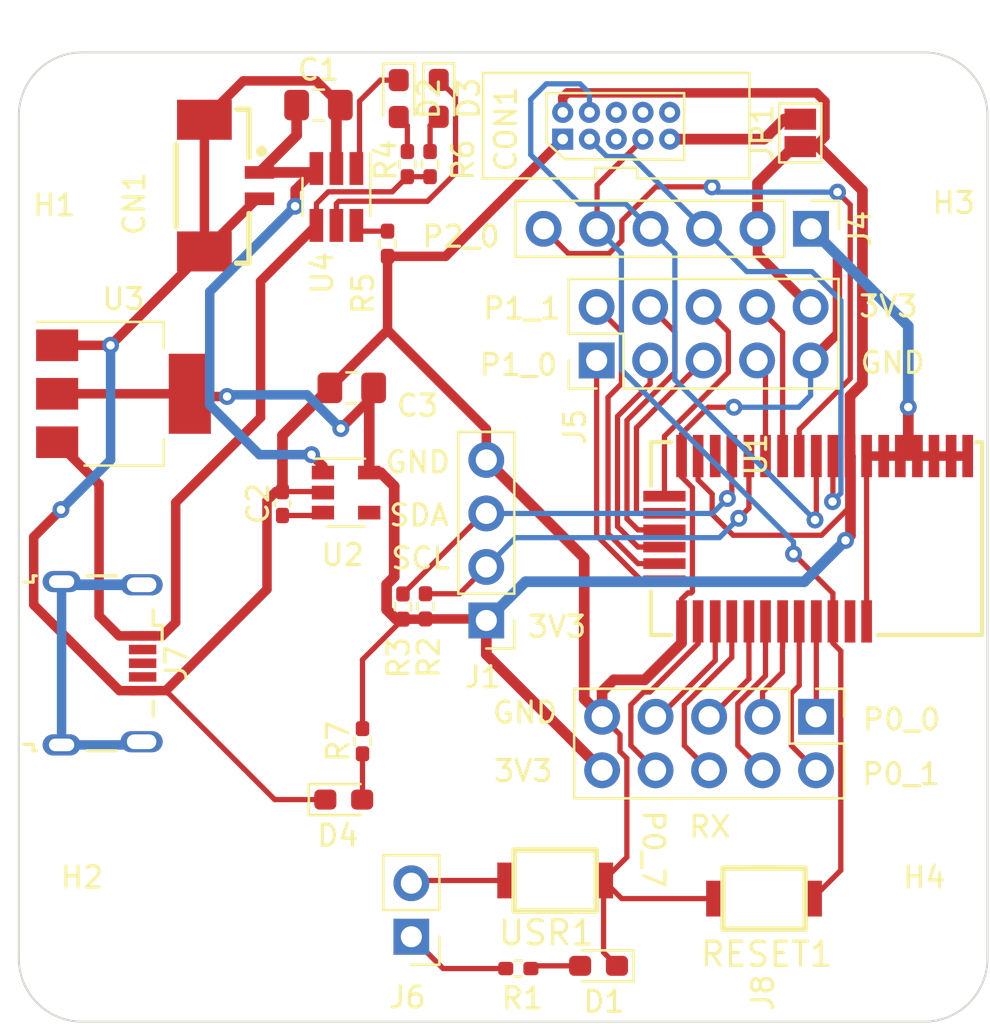
<source format=kicad_pcb>
(kicad_pcb (version 20171130) (host pcbnew "(5.1.10-1-10_14)")

  (general
    (thickness 1.6)
    (drawings 23)
    (tracks 331)
    (zones 0)
    (modules 33)
    (nets 39)
  )

  (page A4)
  (layers
    (0 F.Cu signal)
    (31 B.Cu signal)
    (32 B.Adhes user)
    (33 F.Adhes user)
    (34 B.Paste user)
    (35 F.Paste user)
    (36 B.SilkS user)
    (37 F.SilkS user)
    (38 B.Mask user)
    (39 F.Mask user)
    (40 Dwgs.User user)
    (41 Cmts.User user)
    (42 Eco1.User user)
    (43 Eco2.User user)
    (44 Edge.Cuts user)
    (45 Margin user)
    (46 B.CrtYd user)
    (47 F.CrtYd user)
    (48 B.Fab user hide)
    (49 F.Fab user hide)
  )

  (setup
    (last_trace_width 0.25)
    (user_trace_width 0.45)
    (user_trace_width 0.508)
    (trace_clearance 0.2)
    (zone_clearance 0.508)
    (zone_45_only no)
    (trace_min 0.2)
    (via_size 0.8)
    (via_drill 0.4)
    (via_min_size 0.4)
    (via_min_drill 0.3)
    (uvia_size 0.3)
    (uvia_drill 0.1)
    (uvias_allowed no)
    (uvia_min_size 0.2)
    (uvia_min_drill 0.1)
    (edge_width 0.1)
    (segment_width 0.2)
    (pcb_text_width 0.3)
    (pcb_text_size 1.5 1.5)
    (mod_edge_width 0.15)
    (mod_text_size 1 1)
    (mod_text_width 0.15)
    (pad_size 1.524 1.524)
    (pad_drill 0.762)
    (pad_to_mask_clearance 0)
    (aux_axis_origin 0 0)
    (visible_elements FFFFFF7F)
    (pcbplotparams
      (layerselection 0x010fc_ffffffff)
      (usegerberextensions false)
      (usegerberattributes true)
      (usegerberadvancedattributes true)
      (creategerberjobfile true)
      (excludeedgelayer true)
      (linewidth 0.100000)
      (plotframeref false)
      (viasonmask false)
      (mode 1)
      (useauxorigin false)
      (hpglpennumber 1)
      (hpglpenspeed 20)
      (hpglpendiameter 15.000000)
      (psnegative false)
      (psa4output false)
      (plotreference true)
      (plotvalue true)
      (plotinvisibletext false)
      (padsonsilk false)
      (subtractmaskfromsilk false)
      (outputformat 1)
      (mirror false)
      (drillshape 0)
      (scaleselection 1)
      (outputdirectory "ble113_devboard/"))
  )

  (net 0 "")
  (net 1 GND)
  (net 2 "Net-(C2-Pad1)")
  (net 3 "Net-(CON1-Pad9)")
  (net 4 RESETn)
  (net 5 DC)
  (net 6 DD)
  (net 7 +3V3)
  (net 8 P0_0)
  (net 9 P0_1)
  (net 10 P0_2)
  (net 11 P0_3)
  (net 12 TX)
  (net 13 RX)
  (net 14 P0_6)
  (net 15 P0_7)
  (net 16 P1_0)
  (net 17 P1_1)
  (net 18 P1_2)
  (net 19 P1_3)
  (net 20 P1_4)
  (net 21 P1_5)
  (net 22 SDA)
  (net 23 SCL)
  (net 24 P1_6)
  (net 25 P1_7)
  (net 26 P2_0)
  (net 27 VBAT)
  (net 28 "Net-(D1-Pad2)")
  (net 29 "Net-(D2-Pad2)")
  (net 30 "Net-(D2-Pad1)")
  (net 31 "Net-(D3-Pad2)")
  (net 32 "Net-(D3-Pad1)")
  (net 33 VBUS)
  (net 34 "Net-(R5-Pad2)")
  (net 35 "Net-(J6-Pad2)")
  (net 36 "Net-(J6-Pad1)")
  (net 37 "Net-(J7-Pad0)")
  (net 38 "Net-(D4-Pad2)")

  (net_class Default "This is the default net class."
    (clearance 0.2)
    (trace_width 0.25)
    (via_dia 0.8)
    (via_drill 0.4)
    (uvia_dia 0.3)
    (uvia_drill 0.1)
    (add_net +3V3)
    (add_net DC)
    (add_net DD)
    (add_net GND)
    (add_net "Net-(C2-Pad1)")
    (add_net "Net-(CON1-Pad9)")
    (add_net "Net-(D1-Pad2)")
    (add_net "Net-(D2-Pad1)")
    (add_net "Net-(D2-Pad2)")
    (add_net "Net-(D3-Pad1)")
    (add_net "Net-(D3-Pad2)")
    (add_net "Net-(D4-Pad2)")
    (add_net "Net-(J6-Pad1)")
    (add_net "Net-(J6-Pad2)")
    (add_net "Net-(J7-Pad0)")
    (add_net "Net-(R5-Pad2)")
    (add_net P0_0)
    (add_net P0_1)
    (add_net P0_2)
    (add_net P0_3)
    (add_net P0_6)
    (add_net P0_7)
    (add_net P1_0)
    (add_net P1_1)
    (add_net P1_2)
    (add_net P1_3)
    (add_net P1_4)
    (add_net P1_5)
    (add_net P1_6)
    (add_net P1_7)
    (add_net P2_0)
    (add_net RESETn)
    (add_net RX)
    (add_net SCL)
    (add_net SDA)
    (add_net TX)
    (add_net VBAT)
    (add_net VBUS)
  )

  (module Resistor_SMD:R_0402_1005Metric_Pad0.72x0.64mm_HandSolder (layer F.Cu) (tedit 5F6BB9E0) (tstamp 60FD1712)
    (at 116.32 92.69 90)
    (descr "Resistor SMD 0402 (1005 Metric), square (rectangular) end terminal, IPC_7351 nominal with elongated pad for handsoldering. (Body size source: IPC-SM-782 page 72, https://www.pcb-3d.com/wordpress/wp-content/uploads/ipc-sm-782a_amendment_1_and_2.pdf), generated with kicad-footprint-generator")
    (tags "resistor handsolder")
    (path /611A44C1)
    (attr smd)
    (fp_text reference R7 (at 0 -1.17 90) (layer F.SilkS)
      (effects (font (size 1 1) (thickness 0.15)))
    )
    (fp_text value 4k (at 0 1.17 90) (layer F.Fab)
      (effects (font (size 1 1) (thickness 0.15)))
    )
    (fp_text user %R (at 0 0 90) (layer F.Fab)
      (effects (font (size 0.26 0.26) (thickness 0.04)))
    )
    (fp_line (start -0.525 0.27) (end -0.525 -0.27) (layer F.Fab) (width 0.1))
    (fp_line (start -0.525 -0.27) (end 0.525 -0.27) (layer F.Fab) (width 0.1))
    (fp_line (start 0.525 -0.27) (end 0.525 0.27) (layer F.Fab) (width 0.1))
    (fp_line (start 0.525 0.27) (end -0.525 0.27) (layer F.Fab) (width 0.1))
    (fp_line (start -0.167621 -0.38) (end 0.167621 -0.38) (layer F.SilkS) (width 0.12))
    (fp_line (start -0.167621 0.38) (end 0.167621 0.38) (layer F.SilkS) (width 0.12))
    (fp_line (start -1.1 0.47) (end -1.1 -0.47) (layer F.CrtYd) (width 0.05))
    (fp_line (start -1.1 -0.47) (end 1.1 -0.47) (layer F.CrtYd) (width 0.05))
    (fp_line (start 1.1 -0.47) (end 1.1 0.47) (layer F.CrtYd) (width 0.05))
    (fp_line (start 1.1 0.47) (end -1.1 0.47) (layer F.CrtYd) (width 0.05))
    (pad 2 smd roundrect (at 0.5975 0 90) (size 0.715 0.64) (layers F.Cu F.Paste F.Mask) (roundrect_rratio 0.25)
      (net 7 +3V3))
    (pad 1 smd roundrect (at -0.5975 0 90) (size 0.715 0.64) (layers F.Cu F.Paste F.Mask) (roundrect_rratio 0.25)
      (net 38 "Net-(D4-Pad2)"))
    (model ${KISYS3DMOD}/Resistor_SMD.3dshapes/R_0402_1005Metric.wrl
      (at (xyz 0 0 0))
      (scale (xyz 1 1 1))
      (rotate (xyz 0 0 0))
    )
  )

  (module LED_SMD:LED_0603_1608Metric_Pad1.05x0.95mm_HandSolder (layer F.Cu) (tedit 5F68FEF1) (tstamp 60FD148D)
    (at 115.43 95.46)
    (descr "LED SMD 0603 (1608 Metric), square (rectangular) end terminal, IPC_7351 nominal, (Body size source: http://www.tortai-tech.com/upload/download/2011102023233369053.pdf), generated with kicad-footprint-generator")
    (tags "LED handsolder")
    (path /611A44B0)
    (attr smd)
    (fp_text reference D4 (at -0.28 1.71) (layer F.SilkS)
      (effects (font (size 1 1) (thickness 0.15)))
    )
    (fp_text value LED (at 0 1.43) (layer F.Fab)
      (effects (font (size 1 1) (thickness 0.15)))
    )
    (fp_text user %R (at 0 0) (layer F.Fab)
      (effects (font (size 0.4 0.4) (thickness 0.06)))
    )
    (fp_line (start 0.8 -0.4) (end -0.5 -0.4) (layer F.Fab) (width 0.1))
    (fp_line (start -0.5 -0.4) (end -0.8 -0.1) (layer F.Fab) (width 0.1))
    (fp_line (start -0.8 -0.1) (end -0.8 0.4) (layer F.Fab) (width 0.1))
    (fp_line (start -0.8 0.4) (end 0.8 0.4) (layer F.Fab) (width 0.1))
    (fp_line (start 0.8 0.4) (end 0.8 -0.4) (layer F.Fab) (width 0.1))
    (fp_line (start 0.8 -0.735) (end -1.66 -0.735) (layer F.SilkS) (width 0.12))
    (fp_line (start -1.66 -0.735) (end -1.66 0.735) (layer F.SilkS) (width 0.12))
    (fp_line (start -1.66 0.735) (end 0.8 0.735) (layer F.SilkS) (width 0.12))
    (fp_line (start -1.65 0.73) (end -1.65 -0.73) (layer F.CrtYd) (width 0.05))
    (fp_line (start -1.65 -0.73) (end 1.65 -0.73) (layer F.CrtYd) (width 0.05))
    (fp_line (start 1.65 -0.73) (end 1.65 0.73) (layer F.CrtYd) (width 0.05))
    (fp_line (start 1.65 0.73) (end -1.65 0.73) (layer F.CrtYd) (width 0.05))
    (pad 2 smd roundrect (at 0.875 0) (size 1.05 0.95) (layers F.Cu F.Paste F.Mask) (roundrect_rratio 0.25)
      (net 38 "Net-(D4-Pad2)"))
    (pad 1 smd roundrect (at -0.875 0) (size 1.05 0.95) (layers F.Cu F.Paste F.Mask) (roundrect_rratio 0.25)
      (net 1 GND))
    (model ${KISYS3DMOD}/LED_SMD.3dshapes/LED_0603_1608Metric.wrl
      (at (xyz 0 0 0))
      (scale (xyz 1 1 1))
      (rotate (xyz 0 0 0))
    )
  )

  (module Resistor_SMD:R_0402_1005Metric_Pad0.72x0.64mm_HandSolder (layer F.Cu) (tedit 5F6BB9E0) (tstamp 60FBDAEE)
    (at 119.53 65.3 90)
    (descr "Resistor SMD 0402 (1005 Metric), square (rectangular) end terminal, IPC_7351 nominal with elongated pad for handsoldering. (Body size source: IPC-SM-782 page 72, https://www.pcb-3d.com/wordpress/wp-content/uploads/ipc-sm-782a_amendment_1_and_2.pdf), generated with kicad-footprint-generator")
    (tags "resistor handsolder")
    (path /60FE5E72)
    (attr smd)
    (fp_text reference R6 (at 0.2 1.57 90) (layer F.SilkS)
      (effects (font (size 1 1) (thickness 0.15)))
    )
    (fp_text value 4k (at 0 1.17 90) (layer F.Fab)
      (effects (font (size 1 1) (thickness 0.15)))
    )
    (fp_line (start -0.525 0.27) (end -0.525 -0.27) (layer F.Fab) (width 0.1))
    (fp_line (start -0.525 -0.27) (end 0.525 -0.27) (layer F.Fab) (width 0.1))
    (fp_line (start 0.525 -0.27) (end 0.525 0.27) (layer F.Fab) (width 0.1))
    (fp_line (start 0.525 0.27) (end -0.525 0.27) (layer F.Fab) (width 0.1))
    (fp_line (start -0.167621 -0.38) (end 0.167621 -0.38) (layer F.SilkS) (width 0.12))
    (fp_line (start -0.167621 0.38) (end 0.167621 0.38) (layer F.SilkS) (width 0.12))
    (fp_line (start -1.1 0.47) (end -1.1 -0.47) (layer F.CrtYd) (width 0.05))
    (fp_line (start -1.1 -0.47) (end 1.1 -0.47) (layer F.CrtYd) (width 0.05))
    (fp_line (start 1.1 -0.47) (end 1.1 0.47) (layer F.CrtYd) (width 0.05))
    (fp_line (start 1.1 0.47) (end -1.1 0.47) (layer F.CrtYd) (width 0.05))
    (fp_text user %R (at 0 0 90) (layer F.Fab)
      (effects (font (size 0.26 0.26) (thickness 0.04)))
    )
    (pad 2 smd roundrect (at 0.5975 0 90) (size 0.715 0.64) (layers F.Cu F.Paste F.Mask) (roundrect_rratio 0.25)
      (net 31 "Net-(D3-Pad2)"))
    (pad 1 smd roundrect (at -0.5975 0 90) (size 0.715 0.64) (layers F.Cu F.Paste F.Mask) (roundrect_rratio 0.25)
      (net 33 VBUS))
    (model ${KISYS3DMOD}/Resistor_SMD.3dshapes/R_0402_1005Metric.wrl
      (at (xyz 0 0 0))
      (scale (xyz 1 1 1))
      (rotate (xyz 0 0 0))
    )
  )

  (module Resistor_SMD:R_0402_1005Metric_Pad0.72x0.64mm_HandSolder (layer F.Cu) (tedit 5F6BB9E0) (tstamp 60FBDADD)
    (at 117.51 69.08 90)
    (descr "Resistor SMD 0402 (1005 Metric), square (rectangular) end terminal, IPC_7351 nominal with elongated pad for handsoldering. (Body size source: IPC-SM-782 page 72, https://www.pcb-3d.com/wordpress/wp-content/uploads/ipc-sm-782a_amendment_1_and_2.pdf), generated with kicad-footprint-generator")
    (tags "resistor handsolder")
    (path /60FE499A)
    (attr smd)
    (fp_text reference R5 (at -2.36 -1.16 90) (layer F.SilkS)
      (effects (font (size 1 1) (thickness 0.15)))
    )
    (fp_text value 4k (at 0 1.17 90) (layer F.Fab)
      (effects (font (size 1 1) (thickness 0.15)))
    )
    (fp_line (start -0.525 0.27) (end -0.525 -0.27) (layer F.Fab) (width 0.1))
    (fp_line (start -0.525 -0.27) (end 0.525 -0.27) (layer F.Fab) (width 0.1))
    (fp_line (start 0.525 -0.27) (end 0.525 0.27) (layer F.Fab) (width 0.1))
    (fp_line (start 0.525 0.27) (end -0.525 0.27) (layer F.Fab) (width 0.1))
    (fp_line (start -0.167621 -0.38) (end 0.167621 -0.38) (layer F.SilkS) (width 0.12))
    (fp_line (start -0.167621 0.38) (end 0.167621 0.38) (layer F.SilkS) (width 0.12))
    (fp_line (start -1.1 0.47) (end -1.1 -0.47) (layer F.CrtYd) (width 0.05))
    (fp_line (start -1.1 -0.47) (end 1.1 -0.47) (layer F.CrtYd) (width 0.05))
    (fp_line (start 1.1 -0.47) (end 1.1 0.47) (layer F.CrtYd) (width 0.05))
    (fp_line (start 1.1 0.47) (end -1.1 0.47) (layer F.CrtYd) (width 0.05))
    (fp_text user %R (at 0 0 90) (layer F.Fab)
      (effects (font (size 0.26 0.26) (thickness 0.04)))
    )
    (pad 2 smd roundrect (at 0.5975 0 90) (size 0.715 0.64) (layers F.Cu F.Paste F.Mask) (roundrect_rratio 0.25)
      (net 34 "Net-(R5-Pad2)"))
    (pad 1 smd roundrect (at -0.5975 0 90) (size 0.715 0.64) (layers F.Cu F.Paste F.Mask) (roundrect_rratio 0.25)
      (net 1 GND))
    (model ${KISYS3DMOD}/Resistor_SMD.3dshapes/R_0402_1005Metric.wrl
      (at (xyz 0 0 0))
      (scale (xyz 1 1 1))
      (rotate (xyz 0 0 0))
    )
  )

  (module Resistor_SMD:R_0402_1005Metric_Pad0.72x0.64mm_HandSolder (layer F.Cu) (tedit 5F6BB9E0) (tstamp 60FBDACC)
    (at 118.45 65.3 270)
    (descr "Resistor SMD 0402 (1005 Metric), square (rectangular) end terminal, IPC_7351 nominal with elongated pad for handsoldering. (Body size source: IPC-SM-782 page 72, https://www.pcb-3d.com/wordpress/wp-content/uploads/ipc-sm-782a_amendment_1_and_2.pdf), generated with kicad-footprint-generator")
    (tags "resistor handsolder")
    (path /60FE3806)
    (attr smd)
    (fp_text reference R4 (at -0.19 1.03 90) (layer F.SilkS)
      (effects (font (size 1 1) (thickness 0.15)))
    )
    (fp_text value 4k (at 0 1.17 90) (layer F.Fab)
      (effects (font (size 1 1) (thickness 0.15)))
    )
    (fp_line (start -0.525 0.27) (end -0.525 -0.27) (layer F.Fab) (width 0.1))
    (fp_line (start -0.525 -0.27) (end 0.525 -0.27) (layer F.Fab) (width 0.1))
    (fp_line (start 0.525 -0.27) (end 0.525 0.27) (layer F.Fab) (width 0.1))
    (fp_line (start 0.525 0.27) (end -0.525 0.27) (layer F.Fab) (width 0.1))
    (fp_line (start -0.167621 -0.38) (end 0.167621 -0.38) (layer F.SilkS) (width 0.12))
    (fp_line (start -0.167621 0.38) (end 0.167621 0.38) (layer F.SilkS) (width 0.12))
    (fp_line (start -1.1 0.47) (end -1.1 -0.47) (layer F.CrtYd) (width 0.05))
    (fp_line (start -1.1 -0.47) (end 1.1 -0.47) (layer F.CrtYd) (width 0.05))
    (fp_line (start 1.1 -0.47) (end 1.1 0.47) (layer F.CrtYd) (width 0.05))
    (fp_line (start 1.1 0.47) (end -1.1 0.47) (layer F.CrtYd) (width 0.05))
    (fp_text user %R (at 0 0 90) (layer F.Fab)
      (effects (font (size 0.26 0.26) (thickness 0.04)))
    )
    (pad 2 smd roundrect (at 0.5975 0 270) (size 0.715 0.64) (layers F.Cu F.Paste F.Mask) (roundrect_rratio 0.25)
      (net 33 VBUS))
    (pad 1 smd roundrect (at -0.5975 0 270) (size 0.715 0.64) (layers F.Cu F.Paste F.Mask) (roundrect_rratio 0.25)
      (net 29 "Net-(D2-Pad2)"))
    (model ${KISYS3DMOD}/Resistor_SMD.3dshapes/R_0402_1005Metric.wrl
      (at (xyz 0 0 0))
      (scale (xyz 1 1 1))
      (rotate (xyz 0 0 0))
    )
  )

  (module Resistor_SMD:R_0402_1005Metric_Pad0.72x0.64mm_HandSolder (layer F.Cu) (tedit 5F6BB9E0) (tstamp 60FA1045)
    (at 123.72 103.48 180)
    (descr "Resistor SMD 0402 (1005 Metric), square (rectangular) end terminal, IPC_7351 nominal with elongated pad for handsoldering. (Body size source: IPC-SM-782 page 72, https://www.pcb-3d.com/wordpress/wp-content/uploads/ipc-sm-782a_amendment_1_and_2.pdf), generated with kicad-footprint-generator")
    (tags "resistor handsolder")
    (path /61093CE6)
    (attr smd)
    (fp_text reference R1 (at -0.2 -1.41) (layer F.SilkS)
      (effects (font (size 1 1) (thickness 0.15)))
    )
    (fp_text value 4k (at 0 1.17) (layer F.Fab)
      (effects (font (size 1 1) (thickness 0.15)))
    )
    (fp_line (start -0.525 0.27) (end -0.525 -0.27) (layer F.Fab) (width 0.1))
    (fp_line (start -0.525 -0.27) (end 0.525 -0.27) (layer F.Fab) (width 0.1))
    (fp_line (start 0.525 -0.27) (end 0.525 0.27) (layer F.Fab) (width 0.1))
    (fp_line (start 0.525 0.27) (end -0.525 0.27) (layer F.Fab) (width 0.1))
    (fp_line (start -0.167621 -0.38) (end 0.167621 -0.38) (layer F.SilkS) (width 0.12))
    (fp_line (start -0.167621 0.38) (end 0.167621 0.38) (layer F.SilkS) (width 0.12))
    (fp_line (start -1.1 0.47) (end -1.1 -0.47) (layer F.CrtYd) (width 0.05))
    (fp_line (start -1.1 -0.47) (end 1.1 -0.47) (layer F.CrtYd) (width 0.05))
    (fp_line (start 1.1 -0.47) (end 1.1 0.47) (layer F.CrtYd) (width 0.05))
    (fp_line (start 1.1 0.47) (end -1.1 0.47) (layer F.CrtYd) (width 0.05))
    (fp_text user %R (at 0 0) (layer F.Fab)
      (effects (font (size 0.26 0.26) (thickness 0.04)))
    )
    (pad 2 smd roundrect (at 0.5975 0 180) (size 0.715 0.64) (layers F.Cu F.Paste F.Mask) (roundrect_rratio 0.25)
      (net 36 "Net-(J6-Pad1)"))
    (pad 1 smd roundrect (at -0.5975 0 180) (size 0.715 0.64) (layers F.Cu F.Paste F.Mask) (roundrect_rratio 0.25)
      (net 28 "Net-(D1-Pad2)"))
    (model ${KISYS3DMOD}/Resistor_SMD.3dshapes/R_0402_1005Metric.wrl
      (at (xyz 0 0 0))
      (scale (xyz 1 1 1))
      (rotate (xyz 0 0 0))
    )
  )

  (module Capacitor_SMD:C_0805_2012Metric_Pad1.18x1.45mm_HandSolder (layer F.Cu) (tedit 5F68FEEF) (tstamp 60FCE955)
    (at 115.81 75.92 180)
    (descr "Capacitor SMD 0805 (2012 Metric), square (rectangular) end terminal, IPC_7351 nominal with elongated pad for handsoldering. (Body size source: IPC-SM-782 page 76, https://www.pcb-3d.com/wordpress/wp-content/uploads/ipc-sm-782a_amendment_1_and_2.pdf, https://docs.google.com/spreadsheets/d/1BsfQQcO9C6DZCsRaXUlFlo91Tg2WpOkGARC1WS5S8t0/edit?usp=sharing), generated with kicad-footprint-generator")
    (tags "capacitor handsolder")
    (path /6114A7CE)
    (attr smd)
    (fp_text reference C3 (at -3.12 -0.84) (layer F.SilkS)
      (effects (font (size 1 1) (thickness 0.15)))
    )
    (fp_text value C (at 0 1.68) (layer F.Fab)
      (effects (font (size 1 1) (thickness 0.15)))
    )
    (fp_line (start -1 0.625) (end -1 -0.625) (layer F.Fab) (width 0.1))
    (fp_line (start -1 -0.625) (end 1 -0.625) (layer F.Fab) (width 0.1))
    (fp_line (start 1 -0.625) (end 1 0.625) (layer F.Fab) (width 0.1))
    (fp_line (start 1 0.625) (end -1 0.625) (layer F.Fab) (width 0.1))
    (fp_line (start -0.261252 -0.735) (end 0.261252 -0.735) (layer F.SilkS) (width 0.12))
    (fp_line (start -0.261252 0.735) (end 0.261252 0.735) (layer F.SilkS) (width 0.12))
    (fp_line (start -1.88 0.98) (end -1.88 -0.98) (layer F.CrtYd) (width 0.05))
    (fp_line (start -1.88 -0.98) (end 1.88 -0.98) (layer F.CrtYd) (width 0.05))
    (fp_line (start 1.88 -0.98) (end 1.88 0.98) (layer F.CrtYd) (width 0.05))
    (fp_line (start 1.88 0.98) (end -1.88 0.98) (layer F.CrtYd) (width 0.05))
    (fp_text user %R (at 0 0) (layer F.Fab)
      (effects (font (size 0.5 0.5) (thickness 0.08)))
    )
    (pad 2 smd roundrect (at 1.0375 0 180) (size 1.175 1.45) (layers F.Cu F.Paste F.Mask) (roundrect_rratio 0.2127659574468085)
      (net 1 GND))
    (pad 1 smd roundrect (at -1.0375 0 180) (size 1.175 1.45) (layers F.Cu F.Paste F.Mask) (roundrect_rratio 0.2127659574468085)
      (net 7 +3V3))
    (model ${KISYS3DMOD}/Capacitor_SMD.3dshapes/C_0805_2012Metric.wrl
      (at (xyz 0 0 0))
      (scale (xyz 1 1 1))
      (rotate (xyz 0 0 0))
    )
  )

  (module Capacitor_SMD:C_0402_1005Metric_Pad0.74x0.62mm_HandSolder (layer F.Cu) (tedit 5F6BB22C) (tstamp 60FA100C)
    (at 112.52 81.41 90)
    (descr "Capacitor SMD 0402 (1005 Metric), square (rectangular) end terminal, IPC_7351 nominal with elongated pad for handsoldering. (Body size source: IPC-SM-782 page 76, https://www.pcb-3d.com/wordpress/wp-content/uploads/ipc-sm-782a_amendment_1_and_2.pdf), generated with kicad-footprint-generator")
    (tags "capacitor handsolder")
    (path /5F967AD9)
    (attr smd)
    (fp_text reference C2 (at 0 -1.16 90) (layer F.SilkS)
      (effects (font (size 1 1) (thickness 0.15)))
    )
    (fp_text value C (at 0 1.16 90) (layer F.Fab)
      (effects (font (size 1 1) (thickness 0.15)))
    )
    (fp_line (start -0.5 0.25) (end -0.5 -0.25) (layer F.Fab) (width 0.1))
    (fp_line (start -0.5 -0.25) (end 0.5 -0.25) (layer F.Fab) (width 0.1))
    (fp_line (start 0.5 -0.25) (end 0.5 0.25) (layer F.Fab) (width 0.1))
    (fp_line (start 0.5 0.25) (end -0.5 0.25) (layer F.Fab) (width 0.1))
    (fp_line (start -0.115835 -0.36) (end 0.115835 -0.36) (layer F.SilkS) (width 0.12))
    (fp_line (start -0.115835 0.36) (end 0.115835 0.36) (layer F.SilkS) (width 0.12))
    (fp_line (start -1.08 0.46) (end -1.08 -0.46) (layer F.CrtYd) (width 0.05))
    (fp_line (start -1.08 -0.46) (end 1.08 -0.46) (layer F.CrtYd) (width 0.05))
    (fp_line (start 1.08 -0.46) (end 1.08 0.46) (layer F.CrtYd) (width 0.05))
    (fp_line (start 1.08 0.46) (end -1.08 0.46) (layer F.CrtYd) (width 0.05))
    (fp_text user %R (at 0 0 90) (layer F.Fab)
      (effects (font (size 0.25 0.25) (thickness 0.04)))
    )
    (pad 2 smd roundrect (at 0.5675 0 90) (size 0.735 0.62) (layers F.Cu F.Paste F.Mask) (roundrect_rratio 0.25)
      (net 1 GND))
    (pad 1 smd roundrect (at -0.5675 0 90) (size 0.735 0.62) (layers F.Cu F.Paste F.Mask) (roundrect_rratio 0.25)
      (net 2 "Net-(C2-Pad1)"))
    (model ${KISYS3DMOD}/Capacitor_SMD.3dshapes/C_0402_1005Metric.wrl
      (at (xyz 0 0 0))
      (scale (xyz 1 1 1))
      (rotate (xyz 0 0 0))
    )
  )

  (module Connector_PinHeader_2.54mm:PinHeader_2x05_P2.54mm_Vertical (layer F.Cu) (tedit 59FED5CC) (tstamp 60FC12F3)
    (at 137.86 91.53 270)
    (descr "Through hole straight pin header, 2x05, 2.54mm pitch, double rows")
    (tags "Through hole pin header THT 2x05 2.54mm double row")
    (path /610EEF69)
    (fp_text reference J8 (at 13.1 2.53 90) (layer F.SilkS)
      (effects (font (size 1 1) (thickness 0.15)))
    )
    (fp_text value Conn_02x05_Odd_Even (at 1.27 12.49 90) (layer F.Fab)
      (effects (font (size 1 1) (thickness 0.15)))
    )
    (fp_line (start 4.35 -1.8) (end -1.8 -1.8) (layer F.CrtYd) (width 0.05))
    (fp_line (start 4.35 11.95) (end 4.35 -1.8) (layer F.CrtYd) (width 0.05))
    (fp_line (start -1.8 11.95) (end 4.35 11.95) (layer F.CrtYd) (width 0.05))
    (fp_line (start -1.8 -1.8) (end -1.8 11.95) (layer F.CrtYd) (width 0.05))
    (fp_line (start -1.33 -1.33) (end 0 -1.33) (layer F.SilkS) (width 0.12))
    (fp_line (start -1.33 0) (end -1.33 -1.33) (layer F.SilkS) (width 0.12))
    (fp_line (start 1.27 -1.33) (end 3.87 -1.33) (layer F.SilkS) (width 0.12))
    (fp_line (start 1.27 1.27) (end 1.27 -1.33) (layer F.SilkS) (width 0.12))
    (fp_line (start -1.33 1.27) (end 1.27 1.27) (layer F.SilkS) (width 0.12))
    (fp_line (start 3.87 -1.33) (end 3.87 11.49) (layer F.SilkS) (width 0.12))
    (fp_line (start -1.33 1.27) (end -1.33 11.49) (layer F.SilkS) (width 0.12))
    (fp_line (start -1.33 11.49) (end 3.87 11.49) (layer F.SilkS) (width 0.12))
    (fp_line (start -1.27 0) (end 0 -1.27) (layer F.Fab) (width 0.1))
    (fp_line (start -1.27 11.43) (end -1.27 0) (layer F.Fab) (width 0.1))
    (fp_line (start 3.81 11.43) (end -1.27 11.43) (layer F.Fab) (width 0.1))
    (fp_line (start 3.81 -1.27) (end 3.81 11.43) (layer F.Fab) (width 0.1))
    (fp_line (start 0 -1.27) (end 3.81 -1.27) (layer F.Fab) (width 0.1))
    (fp_text user %R (at 1.27 5.08) (layer F.Fab)
      (effects (font (size 1 1) (thickness 0.15)))
    )
    (pad 10 thru_hole oval (at 2.54 10.16 270) (size 1.7 1.7) (drill 1) (layers *.Cu *.Mask)
      (net 7 +3V3))
    (pad 9 thru_hole oval (at 0 10.16 270) (size 1.7 1.7) (drill 1) (layers *.Cu *.Mask)
      (net 1 GND))
    (pad 8 thru_hole oval (at 2.54 7.62 270) (size 1.7 1.7) (drill 1) (layers *.Cu *.Mask)
      (net 15 P0_7))
    (pad 7 thru_hole oval (at 0 7.62 270) (size 1.7 1.7) (drill 1) (layers *.Cu *.Mask)
      (net 14 P0_6))
    (pad 6 thru_hole oval (at 2.54 5.08 270) (size 1.7 1.7) (drill 1) (layers *.Cu *.Mask)
      (net 13 RX))
    (pad 5 thru_hole oval (at 0 5.08 270) (size 1.7 1.7) (drill 1) (layers *.Cu *.Mask)
      (net 12 TX))
    (pad 4 thru_hole oval (at 2.54 2.54 270) (size 1.7 1.7) (drill 1) (layers *.Cu *.Mask)
      (net 11 P0_3))
    (pad 3 thru_hole oval (at 0 2.54 270) (size 1.7 1.7) (drill 1) (layers *.Cu *.Mask)
      (net 10 P0_2))
    (pad 2 thru_hole oval (at 2.54 0 270) (size 1.7 1.7) (drill 1) (layers *.Cu *.Mask)
      (net 9 P0_1))
    (pad 1 thru_hole rect (at 0 0 270) (size 1.7 1.7) (drill 1) (layers *.Cu *.Mask)
      (net 8 P0_0))
    (model ${KISYS3DMOD}/Connector_PinHeader_2.54mm.3dshapes/PinHeader_2x05_P2.54mm_Vertical.wrl
      (at (xyz 0 0 0))
      (scale (xyz 1 1 1))
      (rotate (xyz 0 0 0))
    )
  )

  (module Connector_PinHeader_2.54mm:PinHeader_2x05_P2.54mm_Vertical (layer F.Cu) (tedit 59FED5CC) (tstamp 60FC124D)
    (at 127.44 74.62 90)
    (descr "Through hole straight pin header, 2x05, 2.54mm pitch, double rows")
    (tags "Through hole pin header THT 2x05 2.54mm double row")
    (path /610E9F92)
    (fp_text reference J5 (at -3.16 -1.03 90) (layer F.SilkS)
      (effects (font (size 1 1) (thickness 0.15)))
    )
    (fp_text value Conn_02x05_Odd_Even (at 1.27 12.49 90) (layer F.Fab)
      (effects (font (size 1 1) (thickness 0.15)))
    )
    (fp_line (start 4.35 -1.8) (end -1.8 -1.8) (layer F.CrtYd) (width 0.05))
    (fp_line (start 4.35 11.95) (end 4.35 -1.8) (layer F.CrtYd) (width 0.05))
    (fp_line (start -1.8 11.95) (end 4.35 11.95) (layer F.CrtYd) (width 0.05))
    (fp_line (start -1.8 -1.8) (end -1.8 11.95) (layer F.CrtYd) (width 0.05))
    (fp_line (start -1.33 -1.33) (end 0 -1.33) (layer F.SilkS) (width 0.12))
    (fp_line (start -1.33 0) (end -1.33 -1.33) (layer F.SilkS) (width 0.12))
    (fp_line (start 1.27 -1.33) (end 3.87 -1.33) (layer F.SilkS) (width 0.12))
    (fp_line (start 1.27 1.27) (end 1.27 -1.33) (layer F.SilkS) (width 0.12))
    (fp_line (start -1.33 1.27) (end 1.27 1.27) (layer F.SilkS) (width 0.12))
    (fp_line (start 3.87 -1.33) (end 3.87 11.49) (layer F.SilkS) (width 0.12))
    (fp_line (start -1.33 1.27) (end -1.33 11.49) (layer F.SilkS) (width 0.12))
    (fp_line (start -1.33 11.49) (end 3.87 11.49) (layer F.SilkS) (width 0.12))
    (fp_line (start -1.27 0) (end 0 -1.27) (layer F.Fab) (width 0.1))
    (fp_line (start -1.27 11.43) (end -1.27 0) (layer F.Fab) (width 0.1))
    (fp_line (start 3.81 11.43) (end -1.27 11.43) (layer F.Fab) (width 0.1))
    (fp_line (start 3.81 -1.27) (end 3.81 11.43) (layer F.Fab) (width 0.1))
    (fp_line (start 0 -1.27) (end 3.81 -1.27) (layer F.Fab) (width 0.1))
    (fp_text user %R (at 1.27 5.08) (layer F.Fab)
      (effects (font (size 1 1) (thickness 0.15)))
    )
    (pad 10 thru_hole oval (at 2.54 10.16 90) (size 1.7 1.7) (drill 1) (layers *.Cu *.Mask)
      (net 7 +3V3))
    (pad 9 thru_hole oval (at 0 10.16 90) (size 1.7 1.7) (drill 1) (layers *.Cu *.Mask)
      (net 1 GND))
    (pad 8 thru_hole oval (at 2.54 7.62 90) (size 1.7 1.7) (drill 1) (layers *.Cu *.Mask)
      (net 25 P1_7))
    (pad 7 thru_hole oval (at 0 7.62 90) (size 1.7 1.7) (drill 1) (layers *.Cu *.Mask)
      (net 24 P1_6))
    (pad 6 thru_hole oval (at 2.54 5.08 90) (size 1.7 1.7) (drill 1) (layers *.Cu *.Mask)
      (net 21 P1_5))
    (pad 5 thru_hole oval (at 0 5.08 90) (size 1.7 1.7) (drill 1) (layers *.Cu *.Mask)
      (net 20 P1_4))
    (pad 4 thru_hole oval (at 2.54 2.54 90) (size 1.7 1.7) (drill 1) (layers *.Cu *.Mask)
      (net 19 P1_3))
    (pad 3 thru_hole oval (at 0 2.54 90) (size 1.7 1.7) (drill 1) (layers *.Cu *.Mask)
      (net 18 P1_2))
    (pad 2 thru_hole oval (at 2.54 0 90) (size 1.7 1.7) (drill 1) (layers *.Cu *.Mask)
      (net 17 P1_1))
    (pad 1 thru_hole rect (at 0 0 90) (size 1.7 1.7) (drill 1) (layers *.Cu *.Mask)
      (net 16 P1_0))
    (model ${KISYS3DMOD}/Connector_PinHeader_2.54mm.3dshapes/PinHeader_2x05_P2.54mm_Vertical.wrl
      (at (xyz 0 0 0))
      (scale (xyz 1 1 1))
      (rotate (xyz 0 0 0))
    )
  )

  (module mybays_connector:USB_Micro-B_Wuerth_629105150521_CircularHoles (layer F.Cu) (tedit 6019833E) (tstamp 60FBF47C)
    (at 103.98 88.99 270)
    (descr "USB Micro-B receptacle, http://www.mouser.com/ds/2/445/629105150521-469306.pdf")
    (tags "usb micro receptacle")
    (path /610C7CEA)
    (attr smd)
    (fp_text reference J7 (at 0 -3.5 90) (layer F.SilkS)
      (effects (font (size 1 1) (thickness 0.15)))
    )
    (fp_text value microusb (at 0 5.6 90) (layer F.Fab)
      (effects (font (size 1 1) (thickness 0.15)))
    )
    (fp_line (start -4 -2.25) (end -4 3.15) (layer F.Fab) (width 0.15))
    (fp_line (start -4 3.15) (end -3.7 3.15) (layer F.Fab) (width 0.15))
    (fp_line (start -3.7 3.15) (end -3.7 4.35) (layer F.Fab) (width 0.15))
    (fp_line (start -3.7 4.35) (end 3.7 4.35) (layer F.Fab) (width 0.15))
    (fp_line (start 3.7 4.35) (end 3.7 3.15) (layer F.Fab) (width 0.15))
    (fp_line (start 3.7 3.15) (end 4 3.15) (layer F.Fab) (width 0.15))
    (fp_line (start 4 3.15) (end 4 -2.25) (layer F.Fab) (width 0.15))
    (fp_line (start 4 -2.25) (end -4 -2.25) (layer F.Fab) (width 0.15))
    (fp_line (start -2.7 3.75) (end 2.7 3.75) (layer F.Fab) (width 0.15))
    (fp_line (start -1.075 -2.725) (end -1.3 -2.55) (layer F.Fab) (width 0.15))
    (fp_line (start -1.3 -2.55) (end -1.525 -2.725) (layer F.Fab) (width 0.15))
    (fp_line (start -1.525 -2.725) (end -1.525 -2.95) (layer F.Fab) (width 0.15))
    (fp_line (start -1.525 -2.95) (end -1.075 -2.95) (layer F.Fab) (width 0.15))
    (fp_line (start -1.075 -2.95) (end -1.075 -2.725) (layer F.Fab) (width 0.15))
    (fp_line (start -4.15 -0.65) (end -4.15 0.75) (layer F.SilkS) (width 0.15))
    (fp_line (start -4.15 3.15) (end -4.15 3.3) (layer F.SilkS) (width 0.15))
    (fp_line (start -4.15 3.3) (end -3.85 3.3) (layer F.SilkS) (width 0.15))
    (fp_line (start -3.85 3.3) (end -3.85 3.75) (layer F.SilkS) (width 0.15))
    (fp_line (start 3.85 3.75) (end 3.85 3.3) (layer F.SilkS) (width 0.15))
    (fp_line (start 3.85 3.3) (end 4.15 3.3) (layer F.SilkS) (width 0.15))
    (fp_line (start 4.15 3.3) (end 4.15 3.15) (layer F.SilkS) (width 0.15))
    (fp_line (start 4.15 0.75) (end 4.15 -0.65) (layer F.SilkS) (width 0.15))
    (fp_line (start -1.075 -2.825) (end -1.8 -2.825) (layer F.SilkS) (width 0.15))
    (fp_line (start -1.8 -2.825) (end -1.8 -2.4) (layer F.SilkS) (width 0.15))
    (fp_line (start -1.8 -2.4) (end -2.525 -2.4) (layer F.SilkS) (width 0.15))
    (fp_line (start 1.8 -2.4) (end 2.525 -2.4) (layer F.SilkS) (width 0.15))
    (fp_line (start -5.27 -3.34) (end -5.27 4.85) (layer F.CrtYd) (width 0.05))
    (fp_line (start -5.27 4.85) (end 5.28 4.85) (layer F.CrtYd) (width 0.05))
    (fp_line (start 5.28 4.85) (end 5.28 -3.34) (layer F.CrtYd) (width 0.05))
    (fp_line (start 5.28 -3.34) (end -5.27 -3.34) (layer F.CrtYd) (width 0.05))
    (fp_text user "PCB Edge" (at 0 3.75 90) (layer Dwgs.User)
      (effects (font (size 0.5 0.5) (thickness 0.08)))
    )
    (fp_text user %R (at 0 1.05 90) (layer F.Fab)
      (effects (font (size 1 1) (thickness 0.15)))
    )
    (pad "" np_thru_hole circle (at 2.5 -0.8 270) (size 0.8 0.8) (drill 0.8) (layers *.Cu *.Mask))
    (pad "" np_thru_hole circle (at -2.5 -0.8 270) (size 0.8 0.8) (drill 0.8) (layers *.Cu *.Mask))
    (pad 0 thru_hole oval (at 3.875 1.95 270) (size 1 1.8) (drill oval 0.6 1.2) (layers *.Cu *.Mask)
      (net 37 "Net-(J7-Pad0)"))
    (pad 0 thru_hole oval (at -3.875 1.95 270) (size 1 1.8) (drill oval 0.6 1.2) (layers *.Cu *.Mask)
      (net 37 "Net-(J7-Pad0)"))
    (pad 0 thru_hole oval (at 3.725 -1.85 270) (size 1 2) (drill oval 0.7 1.4) (layers *.Cu *.Mask)
      (net 37 "Net-(J7-Pad0)"))
    (pad 0 thru_hole oval (at -3.725 -1.85 270) (size 1 2) (drill oval 0.7 1.4) (layers *.Cu *.Mask)
      (net 37 "Net-(J7-Pad0)"))
    (pad 5 smd rect (at 1.3 -1.9 270) (size 0.45 1.3) (layers F.Cu F.Paste F.Mask)
      (net 1 GND))
    (pad 4 smd rect (at 0.65 -1.9 270) (size 0.45 1.3) (layers F.Cu F.Paste F.Mask))
    (pad 3 smd rect (at 0 -1.9 270) (size 0.45 1.3) (layers F.Cu F.Paste F.Mask))
    (pad 2 smd rect (at -0.65 -1.9 270) (size 0.45 1.3) (layers F.Cu F.Paste F.Mask))
    (pad 1 smd rect (at -1.3 -1.9 270) (size 0.45 1.3) (layers F.Cu F.Paste F.Mask)
      (net 33 VBUS))
    (model ${KISYS3DMOD}/Connector_USB.3dshapes/USB_Micro-B_Wuerth_629105150521_CircularHoles.wrl
      (at (xyz 0 0 0))
      (scale (xyz 1 1 1))
      (rotate (xyz 0 0 0))
    )
  )

  (module mybays_connector:turtlekey (layer F.Cu) (tedit 5F49291D) (tstamp 60FBEBED)
    (at 125.47 99.3)
    (path /61082BE2)
    (fp_text reference USR1 (at -2.77 2.49) (layer F.SilkS)
      (effects (font (size 1.143 1.143) (thickness 0.1524)) (justify left))
    )
    (fp_text value USR (at 0.043967 -6.015482) (layer F.Fab)
      (effects (font (size 1.143 1.143) (thickness 0.1524)) (justify left))
    )
    (fp_line (start -1.949958 -1.450086) (end 1.949958 -1.450086) (layer F.SilkS) (width 0.254))
    (fp_line (start 1.949958 -1.450086) (end 1.949958 1.449832) (layer F.SilkS) (width 0.254))
    (fp_line (start 1.949958 1.449832) (end -1.949958 1.449832) (layer F.SilkS) (width 0.254))
    (fp_line (start -1.949958 1.449832) (end -1.949958 -1.450086) (layer F.SilkS) (width 0.254))
    (fp_line (start -0.855726 1.459992) (end 0.844296 1.459992) (layer F.SilkS) (width 0.254))
    (pad 1 smd rect (at -2.29997 0) (size 0.899998 1.699997) (layers F.Cu F.Paste F.Mask)
      (net 35 "Net-(J6-Pad2)"))
    (pad 2 smd rect (at 2.29997 0) (size 0.899998 1.699997) (layers F.Cu F.Paste F.Mask)
      (net 1 GND))
  )

  (module Connector_PinHeader_2.54mm:PinHeader_1x02_P2.54mm_Vertical (layer F.Cu) (tedit 59FED5CC) (tstamp 60FBEB03)
    (at 118.64 101.97 180)
    (descr "Through hole straight pin header, 1x02, 2.54mm pitch, single row")
    (tags "Through hole pin header THT 1x02 2.54mm single row")
    (path /610A0F1F)
    (fp_text reference J6 (at 0.19 -2.88) (layer F.SilkS)
      (effects (font (size 1 1) (thickness 0.15)))
    )
    (fp_text value Conn_01x02 (at 0 4.87) (layer F.Fab)
      (effects (font (size 1 1) (thickness 0.15)))
    )
    (fp_line (start 1.8 -1.8) (end -1.8 -1.8) (layer F.CrtYd) (width 0.05))
    (fp_line (start 1.8 4.35) (end 1.8 -1.8) (layer F.CrtYd) (width 0.05))
    (fp_line (start -1.8 4.35) (end 1.8 4.35) (layer F.CrtYd) (width 0.05))
    (fp_line (start -1.8 -1.8) (end -1.8 4.35) (layer F.CrtYd) (width 0.05))
    (fp_line (start -1.33 -1.33) (end 0 -1.33) (layer F.SilkS) (width 0.12))
    (fp_line (start -1.33 0) (end -1.33 -1.33) (layer F.SilkS) (width 0.12))
    (fp_line (start -1.33 1.27) (end 1.33 1.27) (layer F.SilkS) (width 0.12))
    (fp_line (start 1.33 1.27) (end 1.33 3.87) (layer F.SilkS) (width 0.12))
    (fp_line (start -1.33 1.27) (end -1.33 3.87) (layer F.SilkS) (width 0.12))
    (fp_line (start -1.33 3.87) (end 1.33 3.87) (layer F.SilkS) (width 0.12))
    (fp_line (start -1.27 -0.635) (end -0.635 -1.27) (layer F.Fab) (width 0.1))
    (fp_line (start -1.27 3.81) (end -1.27 -0.635) (layer F.Fab) (width 0.1))
    (fp_line (start 1.27 3.81) (end -1.27 3.81) (layer F.Fab) (width 0.1))
    (fp_line (start 1.27 -1.27) (end 1.27 3.81) (layer F.Fab) (width 0.1))
    (fp_line (start -0.635 -1.27) (end 1.27 -1.27) (layer F.Fab) (width 0.1))
    (fp_text user %R (at 0 1.27 90) (layer F.Fab)
      (effects (font (size 1 1) (thickness 0.15)))
    )
    (pad 2 thru_hole oval (at 0 2.54 180) (size 1.7 1.7) (drill 1) (layers *.Cu *.Mask)
      (net 35 "Net-(J6-Pad2)"))
    (pad 1 thru_hole rect (at 0 0 180) (size 1.7 1.7) (drill 1) (layers *.Cu *.Mask)
      (net 36 "Net-(J6-Pad1)"))
    (model ${KISYS3DMOD}/Connector_PinHeader_2.54mm.3dshapes/PinHeader_1x02_P2.54mm_Vertical.wrl
      (at (xyz 0 0 0))
      (scale (xyz 1 1 1))
      (rotate (xyz 0 0 0))
    )
  )

  (module Connector_PinHeader_2.54mm:PinHeader_1x06_P2.54mm_Vertical (layer F.Cu) (tedit 59FED5CC) (tstamp 60FBE28D)
    (at 137.62 68.37 270)
    (descr "Through hole straight pin header, 1x06, 2.54mm pitch, single row")
    (tags "Through hole pin header THT 1x06 2.54mm single row")
    (path /61063E29)
    (fp_text reference J4 (at 0 -2.33 90) (layer F.SilkS)
      (effects (font (size 1 1) (thickness 0.15)))
    )
    (fp_text value Conn_01x06 (at 0 15.03 90) (layer F.Fab)
      (effects (font (size 1 1) (thickness 0.15)))
    )
    (fp_line (start 1.8 -1.8) (end -1.8 -1.8) (layer F.CrtYd) (width 0.05))
    (fp_line (start 1.8 14.5) (end 1.8 -1.8) (layer F.CrtYd) (width 0.05))
    (fp_line (start -1.8 14.5) (end 1.8 14.5) (layer F.CrtYd) (width 0.05))
    (fp_line (start -1.8 -1.8) (end -1.8 14.5) (layer F.CrtYd) (width 0.05))
    (fp_line (start -1.33 -1.33) (end 0 -1.33) (layer F.SilkS) (width 0.12))
    (fp_line (start -1.33 0) (end -1.33 -1.33) (layer F.SilkS) (width 0.12))
    (fp_line (start -1.33 1.27) (end 1.33 1.27) (layer F.SilkS) (width 0.12))
    (fp_line (start 1.33 1.27) (end 1.33 14.03) (layer F.SilkS) (width 0.12))
    (fp_line (start -1.33 1.27) (end -1.33 14.03) (layer F.SilkS) (width 0.12))
    (fp_line (start -1.33 14.03) (end 1.33 14.03) (layer F.SilkS) (width 0.12))
    (fp_line (start -1.27 -0.635) (end -0.635 -1.27) (layer F.Fab) (width 0.1))
    (fp_line (start -1.27 13.97) (end -1.27 -0.635) (layer F.Fab) (width 0.1))
    (fp_line (start 1.27 13.97) (end -1.27 13.97) (layer F.Fab) (width 0.1))
    (fp_line (start 1.27 -1.27) (end 1.27 13.97) (layer F.Fab) (width 0.1))
    (fp_line (start -0.635 -1.27) (end 1.27 -1.27) (layer F.Fab) (width 0.1))
    (fp_text user %R (at 0 6.35) (layer F.Fab)
      (effects (font (size 1 1) (thickness 0.15)))
    )
    (pad 6 thru_hole oval (at 0 12.7 270) (size 1.7 1.7) (drill 1) (layers *.Cu *.Mask)
      (net 26 P2_0))
    (pad 5 thru_hole oval (at 0 10.16 270) (size 1.7 1.7) (drill 1) (layers *.Cu *.Mask)
      (net 4 RESETn))
    (pad 4 thru_hole oval (at 0 7.62 270) (size 1.7 1.7) (drill 1) (layers *.Cu *.Mask)
      (net 6 DD))
    (pad 3 thru_hole oval (at 0 5.08 270) (size 1.7 1.7) (drill 1) (layers *.Cu *.Mask)
      (net 5 DC))
    (pad 2 thru_hole oval (at 0 2.54 270) (size 1.7 1.7) (drill 1) (layers *.Cu *.Mask)
      (net 7 +3V3))
    (pad 1 thru_hole rect (at 0 0 270) (size 1.7 1.7) (drill 1) (layers *.Cu *.Mask)
      (net 1 GND))
    (model ${KISYS3DMOD}/Connector_PinHeader_2.54mm.3dshapes/PinHeader_1x06_P2.54mm_Vertical.wrl
      (at (xyz 0 0 0))
      (scale (xyz 1 1 1))
      (rotate (xyz 0 0 0))
    )
  )

  (module Package_TO_SOT_SMD:SOT-23-6_Handsoldering (layer F.Cu) (tedit 5A02FF57) (tstamp 60FBDBBD)
    (at 115.08 66.86 270)
    (descr "6-pin SOT-23 package, Handsoldering")
    (tags "SOT-23-6 Handsoldering")
    (path /60FDE6E8)
    (attr smd)
    (fp_text reference U4 (at 3.6 0.68 90) (layer F.SilkS)
      (effects (font (size 1 1) (thickness 0.15)))
    )
    (fp_text value BL8573CB6TR (at 0 2.9 90) (layer F.Fab)
      (effects (font (size 1 1) (thickness 0.15)))
    )
    (fp_line (start 0.9 -1.55) (end 0.9 1.55) (layer F.Fab) (width 0.1))
    (fp_line (start 0.9 1.55) (end -0.9 1.55) (layer F.Fab) (width 0.1))
    (fp_line (start -0.9 -0.9) (end -0.9 1.55) (layer F.Fab) (width 0.1))
    (fp_line (start 0.9 -1.55) (end -0.25 -1.55) (layer F.Fab) (width 0.1))
    (fp_line (start -0.9 -0.9) (end -0.25 -1.55) (layer F.Fab) (width 0.1))
    (fp_line (start -2.4 -1.8) (end 2.4 -1.8) (layer F.CrtYd) (width 0.05))
    (fp_line (start 2.4 -1.8) (end 2.4 1.8) (layer F.CrtYd) (width 0.05))
    (fp_line (start 2.4 1.8) (end -2.4 1.8) (layer F.CrtYd) (width 0.05))
    (fp_line (start -2.4 1.8) (end -2.4 -1.8) (layer F.CrtYd) (width 0.05))
    (fp_line (start 0.9 -1.61) (end -2.05 -1.61) (layer F.SilkS) (width 0.12))
    (fp_line (start -0.9 1.61) (end 0.9 1.61) (layer F.SilkS) (width 0.12))
    (fp_text user %R (at 0 0) (layer F.Fab)
      (effects (font (size 0.5 0.5) (thickness 0.075)))
    )
    (pad 5 smd rect (at 1.35 0 270) (size 1.56 0.65) (layers F.Cu F.Paste F.Mask)
      (net 32 "Net-(D3-Pad1)"))
    (pad 6 smd rect (at 1.35 -0.95 270) (size 1.56 0.65) (layers F.Cu F.Paste F.Mask)
      (net 34 "Net-(R5-Pad2)"))
    (pad 4 smd rect (at 1.35 0.95 270) (size 1.56 0.65) (layers F.Cu F.Paste F.Mask)
      (net 33 VBUS))
    (pad 3 smd rect (at -1.35 0.95 270) (size 1.56 0.65) (layers F.Cu F.Paste F.Mask)
      (net 27 VBAT))
    (pad 2 smd rect (at -1.35 0 270) (size 1.56 0.65) (layers F.Cu F.Paste F.Mask)
      (net 1 GND))
    (pad 1 smd rect (at -1.35 -0.95 270) (size 1.56 0.65) (layers F.Cu F.Paste F.Mask)
      (net 30 "Net-(D2-Pad1)"))
    (model ${KISYS3DMOD}/Package_TO_SOT_SMD.3dshapes/SOT-23-6.wrl
      (at (xyz 0 0 0))
      (scale (xyz 1 1 1))
      (rotate (xyz 0 0 0))
    )
  )

  (module mybays_connector:turtlekey (layer F.Cu) (tedit 5F49291D) (tstamp 60FBDAF9)
    (at 135.39 100.16 180)
    (path /60FC4412)
    (fp_text reference RESET1 (at -3.35 -2.64) (layer F.SilkS)
      (effects (font (size 1.143 1.143) (thickness 0.1524)) (justify right))
    )
    (fp_text value RESET (at 0.043967 -6.015482) (layer F.Fab)
      (effects (font (size 1.143 1.143) (thickness 0.1524)) (justify right))
    )
    (fp_line (start -1.949958 -1.450086) (end 1.949958 -1.450086) (layer F.SilkS) (width 0.254))
    (fp_line (start 1.949958 -1.450086) (end 1.949958 1.449832) (layer F.SilkS) (width 0.254))
    (fp_line (start 1.949958 1.449832) (end -1.949958 1.449832) (layer F.SilkS) (width 0.254))
    (fp_line (start -1.949958 1.449832) (end -1.949958 -1.450086) (layer F.SilkS) (width 0.254))
    (fp_line (start -0.855726 1.459992) (end 0.844296 1.459992) (layer F.SilkS) (width 0.254))
    (pad 1 smd rect (at -2.29997 0 180) (size 0.899998 1.699997) (layers F.Cu F.Paste F.Mask)
      (net 4 RESETn))
    (pad 2 smd rect (at 2.29997 0 180) (size 0.899998 1.699997) (layers F.Cu F.Paste F.Mask)
      (net 1 GND))
  )

  (module Resistor_SMD:R_0402_1005Metric_Pad0.72x0.64mm_HandSolder (layer F.Cu) (tedit 5F6BB9E0) (tstamp 60FBDABB)
    (at 118.24 86.3 270)
    (descr "Resistor SMD 0402 (1005 Metric), square (rectangular) end terminal, IPC_7351 nominal with elongated pad for handsoldering. (Body size source: IPC-SM-782 page 72, https://www.pcb-3d.com/wordpress/wp-content/uploads/ipc-sm-782a_amendment_1_and_2.pdf), generated with kicad-footprint-generator")
    (tags "resistor handsolder")
    (path /60FBBC6E)
    (attr smd)
    (fp_text reference R3 (at 2.43 0.21 90) (layer F.SilkS)
      (effects (font (size 1 1) (thickness 0.15)))
    )
    (fp_text value 4.7k (at 0 1.17 90) (layer F.Fab)
      (effects (font (size 1 1) (thickness 0.15)))
    )
    (fp_line (start 1.1 0.47) (end -1.1 0.47) (layer F.CrtYd) (width 0.05))
    (fp_line (start 1.1 -0.47) (end 1.1 0.47) (layer F.CrtYd) (width 0.05))
    (fp_line (start -1.1 -0.47) (end 1.1 -0.47) (layer F.CrtYd) (width 0.05))
    (fp_line (start -1.1 0.47) (end -1.1 -0.47) (layer F.CrtYd) (width 0.05))
    (fp_line (start -0.167621 0.38) (end 0.167621 0.38) (layer F.SilkS) (width 0.12))
    (fp_line (start -0.167621 -0.38) (end 0.167621 -0.38) (layer F.SilkS) (width 0.12))
    (fp_line (start 0.525 0.27) (end -0.525 0.27) (layer F.Fab) (width 0.1))
    (fp_line (start 0.525 -0.27) (end 0.525 0.27) (layer F.Fab) (width 0.1))
    (fp_line (start -0.525 -0.27) (end 0.525 -0.27) (layer F.Fab) (width 0.1))
    (fp_line (start -0.525 0.27) (end -0.525 -0.27) (layer F.Fab) (width 0.1))
    (fp_text user %R (at 0 0 90) (layer F.Fab)
      (effects (font (size 0.26 0.26) (thickness 0.04)))
    )
    (pad 2 smd roundrect (at 0.5975 0 270) (size 0.715 0.64) (layers F.Cu F.Paste F.Mask) (roundrect_rratio 0.25)
      (net 7 +3V3))
    (pad 1 smd roundrect (at -0.5975 0 270) (size 0.715 0.64) (layers F.Cu F.Paste F.Mask) (roundrect_rratio 0.25)
      (net 22 SDA))
    (model ${KISYS3DMOD}/Resistor_SMD.3dshapes/R_0402_1005Metric.wrl
      (at (xyz 0 0 0))
      (scale (xyz 1 1 1))
      (rotate (xyz 0 0 0))
    )
  )

  (module Resistor_SMD:R_0402_1005Metric_Pad0.72x0.64mm_HandSolder (layer F.Cu) (tedit 5F6BB9E0) (tstamp 60FBDAAA)
    (at 119.31 86.29 270)
    (descr "Resistor SMD 0402 (1005 Metric), square (rectangular) end terminal, IPC_7351 nominal with elongated pad for handsoldering. (Body size source: IPC-SM-782 page 72, https://www.pcb-3d.com/wordpress/wp-content/uploads/ipc-sm-782a_amendment_1_and_2.pdf), generated with kicad-footprint-generator")
    (tags "resistor handsolder")
    (path /60FBA86D)
    (attr smd)
    (fp_text reference R2 (at 2.42 -0.15 90) (layer F.SilkS)
      (effects (font (size 1 1) (thickness 0.15)))
    )
    (fp_text value 4.7k (at 0 1.17 90) (layer F.Fab)
      (effects (font (size 1 1) (thickness 0.15)))
    )
    (fp_line (start 1.1 0.47) (end -1.1 0.47) (layer F.CrtYd) (width 0.05))
    (fp_line (start 1.1 -0.47) (end 1.1 0.47) (layer F.CrtYd) (width 0.05))
    (fp_line (start -1.1 -0.47) (end 1.1 -0.47) (layer F.CrtYd) (width 0.05))
    (fp_line (start -1.1 0.47) (end -1.1 -0.47) (layer F.CrtYd) (width 0.05))
    (fp_line (start -0.167621 0.38) (end 0.167621 0.38) (layer F.SilkS) (width 0.12))
    (fp_line (start -0.167621 -0.38) (end 0.167621 -0.38) (layer F.SilkS) (width 0.12))
    (fp_line (start 0.525 0.27) (end -0.525 0.27) (layer F.Fab) (width 0.1))
    (fp_line (start 0.525 -0.27) (end 0.525 0.27) (layer F.Fab) (width 0.1))
    (fp_line (start -0.525 -0.27) (end 0.525 -0.27) (layer F.Fab) (width 0.1))
    (fp_line (start -0.525 0.27) (end -0.525 -0.27) (layer F.Fab) (width 0.1))
    (fp_text user %R (at 0 0 90) (layer F.Fab)
      (effects (font (size 0.26 0.26) (thickness 0.04)))
    )
    (pad 2 smd roundrect (at 0.5975 0 270) (size 0.715 0.64) (layers F.Cu F.Paste F.Mask) (roundrect_rratio 0.25)
      (net 7 +3V3))
    (pad 1 smd roundrect (at -0.5975 0 270) (size 0.715 0.64) (layers F.Cu F.Paste F.Mask) (roundrect_rratio 0.25)
      (net 23 SCL))
    (model ${KISYS3DMOD}/Resistor_SMD.3dshapes/R_0402_1005Metric.wrl
      (at (xyz 0 0 0))
      (scale (xyz 1 1 1))
      (rotate (xyz 0 0 0))
    )
  )

  (module Jumper:SolderJumper-2_P1.3mm_Open_Pad1.0x1.5mm (layer F.Cu) (tedit 5A3EABFC) (tstamp 60FBDA99)
    (at 137.11 63.82 90)
    (descr "SMD Solder Jumper, 1x1.5mm Pads, 0.3mm gap, open")
    (tags "solder jumper open")
    (path /60FC9C82)
    (attr virtual)
    (fp_text reference JP1 (at 0 -1.8 90) (layer F.SilkS)
      (effects (font (size 1 1) (thickness 0.15)))
    )
    (fp_text value SolderJumper_2_Open (at 0 1.9 90) (layer F.Fab)
      (effects (font (size 1 1) (thickness 0.15)))
    )
    (fp_line (start 1.65 1.25) (end -1.65 1.25) (layer F.CrtYd) (width 0.05))
    (fp_line (start 1.65 1.25) (end 1.65 -1.25) (layer F.CrtYd) (width 0.05))
    (fp_line (start -1.65 -1.25) (end -1.65 1.25) (layer F.CrtYd) (width 0.05))
    (fp_line (start -1.65 -1.25) (end 1.65 -1.25) (layer F.CrtYd) (width 0.05))
    (fp_line (start -1.4 -1) (end 1.4 -1) (layer F.SilkS) (width 0.12))
    (fp_line (start 1.4 -1) (end 1.4 1) (layer F.SilkS) (width 0.12))
    (fp_line (start 1.4 1) (end -1.4 1) (layer F.SilkS) (width 0.12))
    (fp_line (start -1.4 1) (end -1.4 -1) (layer F.SilkS) (width 0.12))
    (pad 1 smd rect (at -0.65 0 90) (size 1 1.5) (layers F.Cu F.Mask)
      (net 7 +3V3))
    (pad 2 smd rect (at 0.65 0 90) (size 1 1.5) (layers F.Cu F.Mask)
      (net 3 "Net-(CON1-Pad9)"))
  )

  (module Connector_PinHeader_2.54mm:PinHeader_1x04_P2.54mm_Vertical (layer F.Cu) (tedit 59FED5CC) (tstamp 60FBDA4F)
    (at 122.2 86.96 180)
    (descr "Through hole straight pin header, 1x04, 2.54mm pitch, single row")
    (tags "Through hole pin header THT 1x04 2.54mm single row")
    (path /6103D200)
    (fp_text reference J1 (at 0.17 -2.69) (layer F.SilkS)
      (effects (font (size 1 1) (thickness 0.15)))
    )
    (fp_text value Conn_01x04 (at 0 9.95) (layer F.Fab)
      (effects (font (size 1 1) (thickness 0.15)))
    )
    (fp_line (start 1.8 -1.8) (end -1.8 -1.8) (layer F.CrtYd) (width 0.05))
    (fp_line (start 1.8 9.4) (end 1.8 -1.8) (layer F.CrtYd) (width 0.05))
    (fp_line (start -1.8 9.4) (end 1.8 9.4) (layer F.CrtYd) (width 0.05))
    (fp_line (start -1.8 -1.8) (end -1.8 9.4) (layer F.CrtYd) (width 0.05))
    (fp_line (start -1.33 -1.33) (end 0 -1.33) (layer F.SilkS) (width 0.12))
    (fp_line (start -1.33 0) (end -1.33 -1.33) (layer F.SilkS) (width 0.12))
    (fp_line (start -1.33 1.27) (end 1.33 1.27) (layer F.SilkS) (width 0.12))
    (fp_line (start 1.33 1.27) (end 1.33 8.95) (layer F.SilkS) (width 0.12))
    (fp_line (start -1.33 1.27) (end -1.33 8.95) (layer F.SilkS) (width 0.12))
    (fp_line (start -1.33 8.95) (end 1.33 8.95) (layer F.SilkS) (width 0.12))
    (fp_line (start -1.27 -0.635) (end -0.635 -1.27) (layer F.Fab) (width 0.1))
    (fp_line (start -1.27 8.89) (end -1.27 -0.635) (layer F.Fab) (width 0.1))
    (fp_line (start 1.27 8.89) (end -1.27 8.89) (layer F.Fab) (width 0.1))
    (fp_line (start 1.27 -1.27) (end 1.27 8.89) (layer F.Fab) (width 0.1))
    (fp_line (start -0.635 -1.27) (end 1.27 -1.27) (layer F.Fab) (width 0.1))
    (fp_text user %R (at 0 3.81 90) (layer F.Fab)
      (effects (font (size 1 1) (thickness 0.15)))
    )
    (pad 4 thru_hole oval (at 0 7.62 180) (size 1.7 1.7) (drill 1) (layers *.Cu *.Mask)
      (net 1 GND))
    (pad 3 thru_hole oval (at 0 5.08 180) (size 1.7 1.7) (drill 1) (layers *.Cu *.Mask)
      (net 22 SDA))
    (pad 2 thru_hole oval (at 0 2.54 180) (size 1.7 1.7) (drill 1) (layers *.Cu *.Mask)
      (net 23 SCL))
    (pad 1 thru_hole rect (at 0 0 180) (size 1.7 1.7) (drill 1) (layers *.Cu *.Mask)
      (net 7 +3V3))
    (model ${KISYS3DMOD}/Connector_PinHeader_2.54mm.3dshapes/PinHeader_1x04_P2.54mm_Vertical.wrl
      (at (xyz 0 0 0))
      (scale (xyz 1 1 1))
      (rotate (xyz 0 0 0))
    )
  )

  (module LED_SMD:LED_0603_1608Metric_Pad1.05x0.95mm_HandSolder (layer F.Cu) (tedit 5F68FEF1) (tstamp 60FBD9FF)
    (at 119.94 62.18 270)
    (descr "LED SMD 0603 (1608 Metric), square (rectangular) end terminal, IPC_7351 nominal, (Body size source: http://www.tortai-tech.com/upload/download/2011102023233369053.pdf), generated with kicad-footprint-generator")
    (tags "LED handsolder")
    (path /60FE573C)
    (attr smd)
    (fp_text reference D3 (at 0 -1.43 90) (layer F.SilkS)
      (effects (font (size 1 1) (thickness 0.15)))
    )
    (fp_text value GREEN (at 0 1.43 90) (layer F.Fab)
      (effects (font (size 1 1) (thickness 0.15)))
    )
    (fp_line (start 1.65 0.73) (end -1.65 0.73) (layer F.CrtYd) (width 0.05))
    (fp_line (start 1.65 -0.73) (end 1.65 0.73) (layer F.CrtYd) (width 0.05))
    (fp_line (start -1.65 -0.73) (end 1.65 -0.73) (layer F.CrtYd) (width 0.05))
    (fp_line (start -1.65 0.73) (end -1.65 -0.73) (layer F.CrtYd) (width 0.05))
    (fp_line (start -1.66 0.735) (end 0.8 0.735) (layer F.SilkS) (width 0.12))
    (fp_line (start -1.66 -0.735) (end -1.66 0.735) (layer F.SilkS) (width 0.12))
    (fp_line (start 0.8 -0.735) (end -1.66 -0.735) (layer F.SilkS) (width 0.12))
    (fp_line (start 0.8 0.4) (end 0.8 -0.4) (layer F.Fab) (width 0.1))
    (fp_line (start -0.8 0.4) (end 0.8 0.4) (layer F.Fab) (width 0.1))
    (fp_line (start -0.8 -0.1) (end -0.8 0.4) (layer F.Fab) (width 0.1))
    (fp_line (start -0.5 -0.4) (end -0.8 -0.1) (layer F.Fab) (width 0.1))
    (fp_line (start 0.8 -0.4) (end -0.5 -0.4) (layer F.Fab) (width 0.1))
    (fp_text user %R (at 0 0 90) (layer F.Fab)
      (effects (font (size 0.4 0.4) (thickness 0.06)))
    )
    (pad 2 smd roundrect (at 0.875 0 270) (size 1.05 0.95) (layers F.Cu F.Paste F.Mask) (roundrect_rratio 0.25)
      (net 31 "Net-(D3-Pad2)"))
    (pad 1 smd roundrect (at -0.875 0 270) (size 1.05 0.95) (layers F.Cu F.Paste F.Mask) (roundrect_rratio 0.25)
      (net 32 "Net-(D3-Pad1)"))
    (model ${KISYS3DMOD}/LED_SMD.3dshapes/LED_0603_1608Metric.wrl
      (at (xyz 0 0 0))
      (scale (xyz 1 1 1))
      (rotate (xyz 0 0 0))
    )
  )

  (module LED_SMD:LED_0603_1608Metric_Pad1.05x0.95mm_HandSolder (layer F.Cu) (tedit 5F68FEF1) (tstamp 60FBD9EC)
    (at 118.04 62.19 270)
    (descr "LED SMD 0603 (1608 Metric), square (rectangular) end terminal, IPC_7351 nominal, (Body size source: http://www.tortai-tech.com/upload/download/2011102023233369053.pdf), generated with kicad-footprint-generator")
    (tags "LED handsolder")
    (path /60FE50D1)
    (attr smd)
    (fp_text reference D2 (at 0 -1.43 90) (layer F.SilkS)
      (effects (font (size 1 1) (thickness 0.15)))
    )
    (fp_text value RED (at 0 1.43 90) (layer F.Fab)
      (effects (font (size 1 1) (thickness 0.15)))
    )
    (fp_line (start 1.65 0.73) (end -1.65 0.73) (layer F.CrtYd) (width 0.05))
    (fp_line (start 1.65 -0.73) (end 1.65 0.73) (layer F.CrtYd) (width 0.05))
    (fp_line (start -1.65 -0.73) (end 1.65 -0.73) (layer F.CrtYd) (width 0.05))
    (fp_line (start -1.65 0.73) (end -1.65 -0.73) (layer F.CrtYd) (width 0.05))
    (fp_line (start -1.66 0.735) (end 0.8 0.735) (layer F.SilkS) (width 0.12))
    (fp_line (start -1.66 -0.735) (end -1.66 0.735) (layer F.SilkS) (width 0.12))
    (fp_line (start 0.8 -0.735) (end -1.66 -0.735) (layer F.SilkS) (width 0.12))
    (fp_line (start 0.8 0.4) (end 0.8 -0.4) (layer F.Fab) (width 0.1))
    (fp_line (start -0.8 0.4) (end 0.8 0.4) (layer F.Fab) (width 0.1))
    (fp_line (start -0.8 -0.1) (end -0.8 0.4) (layer F.Fab) (width 0.1))
    (fp_line (start -0.5 -0.4) (end -0.8 -0.1) (layer F.Fab) (width 0.1))
    (fp_line (start 0.8 -0.4) (end -0.5 -0.4) (layer F.Fab) (width 0.1))
    (fp_text user %R (at 0 0 90) (layer F.Fab)
      (effects (font (size 0.4 0.4) (thickness 0.06)))
    )
    (pad 2 smd roundrect (at 0.875 0 270) (size 1.05 0.95) (layers F.Cu F.Paste F.Mask) (roundrect_rratio 0.25)
      (net 29 "Net-(D2-Pad2)"))
    (pad 1 smd roundrect (at -0.875 0 270) (size 1.05 0.95) (layers F.Cu F.Paste F.Mask) (roundrect_rratio 0.25)
      (net 30 "Net-(D2-Pad1)"))
    (model ${KISYS3DMOD}/LED_SMD.3dshapes/LED_0603_1608Metric.wrl
      (at (xyz 0 0 0))
      (scale (xyz 1 1 1))
      (rotate (xyz 0 0 0))
    )
  )

  (module LED_SMD:LED_0603_1608Metric_Pad1.05x0.95mm_HandSolder (layer F.Cu) (tedit 5F68FEF1) (tstamp 60FBD9D9)
    (at 127.53 103.35 180)
    (descr "LED SMD 0603 (1608 Metric), square (rectangular) end terminal, IPC_7351 nominal, (Body size source: http://www.tortai-tech.com/upload/download/2011102023233369053.pdf), generated with kicad-footprint-generator")
    (tags "LED handsolder")
    (path /60FB6EE4)
    (attr smd)
    (fp_text reference D1 (at -0.26 -1.7) (layer F.SilkS)
      (effects (font (size 1 1) (thickness 0.15)))
    )
    (fp_text value LED (at 0 1.43) (layer F.Fab)
      (effects (font (size 1 1) (thickness 0.15)))
    )
    (fp_line (start 1.65 0.73) (end -1.65 0.73) (layer F.CrtYd) (width 0.05))
    (fp_line (start 1.65 -0.73) (end 1.65 0.73) (layer F.CrtYd) (width 0.05))
    (fp_line (start -1.65 -0.73) (end 1.65 -0.73) (layer F.CrtYd) (width 0.05))
    (fp_line (start -1.65 0.73) (end -1.65 -0.73) (layer F.CrtYd) (width 0.05))
    (fp_line (start -1.66 0.735) (end 0.8 0.735) (layer F.SilkS) (width 0.12))
    (fp_line (start -1.66 -0.735) (end -1.66 0.735) (layer F.SilkS) (width 0.12))
    (fp_line (start 0.8 -0.735) (end -1.66 -0.735) (layer F.SilkS) (width 0.12))
    (fp_line (start 0.8 0.4) (end 0.8 -0.4) (layer F.Fab) (width 0.1))
    (fp_line (start -0.8 0.4) (end 0.8 0.4) (layer F.Fab) (width 0.1))
    (fp_line (start -0.8 -0.1) (end -0.8 0.4) (layer F.Fab) (width 0.1))
    (fp_line (start -0.5 -0.4) (end -0.8 -0.1) (layer F.Fab) (width 0.1))
    (fp_line (start 0.8 -0.4) (end -0.5 -0.4) (layer F.Fab) (width 0.1))
    (fp_text user %R (at 0 0) (layer F.Fab)
      (effects (font (size 0.4 0.4) (thickness 0.06)))
    )
    (pad 2 smd roundrect (at 0.875 0 180) (size 1.05 0.95) (layers F.Cu F.Paste F.Mask) (roundrect_rratio 0.25)
      (net 28 "Net-(D1-Pad2)"))
    (pad 1 smd roundrect (at -0.875 0 180) (size 1.05 0.95) (layers F.Cu F.Paste F.Mask) (roundrect_rratio 0.25)
      (net 1 GND))
    (model ${KISYS3DMOD}/LED_SMD.3dshapes/LED_0603_1608Metric.wrl
      (at (xyz 0 0 0))
      (scale (xyz 1 1 1))
      (rotate (xyz 0 0 0))
    )
  )

  (module mybays_connector:CONN-SMD_AFC12-S02CCC-00 (layer F.Cu) (tedit 6015868D) (tstamp 60FA219C)
    (at 110.12 66.32 270)
    (path /60FE9B00)
    (fp_text reference CN1 (at 0.85 4.64 90) (layer F.SilkS)
      (effects (font (size 1 1) (thickness 0.15)))
    )
    (fp_text value AFC12-S02CCC-00 (at 0 0 90) (layer F.Fab)
      (effects (font (size 1 1) (thickness 0.15)))
    )
    (fp_line (start -1.326083 -0.808355) (end -3.624809 -0.808355) (layer F.SilkS) (width 0.254))
    (fp_line (start -3.624809 -0.808355) (end -3.624809 -0.222326) (layer F.SilkS) (width 0.254))
    (fp_line (start -1.947367 2.64861) (end 1.947316 2.64861) (layer F.SilkS) (width 0.254))
    (fp_line (start 3.682975 -0.222326) (end 3.682975 -0.808355) (layer F.SilkS) (width 0.254))
    (fp_line (start 3.605835 -0.808355) (end 1.326007 -0.808355) (layer F.SilkS) (width 0.254))
    (fp_circle (center -1.625041 -1.408811) (end -1.625041 -1.267333) (layer F.SilkS) (width 0.254))
    (pad 4 smd rect (at -3.124911 1.308735 270) (size 1.899996 2.599995) (layers F.Cu F.Paste F.Mask)
      (net 1 GND))
    (pad 3 smd rect (at 3.125013 1.308735 270) (size 1.899996 2.599995) (layers F.Cu F.Paste F.Mask)
      (net 1 GND))
    (pad 2 smd rect (at 0.624891 -1.308735 270) (size 0.599999 1.399997) (layers F.Cu F.Paste F.Mask)
      (net 1 GND))
    (pad 1 smd rect (at -0.625043 -1.308735 270) (size 0.599999 1.399997) (layers F.Cu F.Paste F.Mask)
      (net 27 VBAT))
  )

  (module MountingHole:MountingHole_3.2mm_M3_ISO7380 (layer F.Cu) (tedit 56D1B4CB) (tstamp 60FA1CF8)
    (at 143 103)
    (descr "Mounting Hole 3.2mm, no annular, M3, ISO7380")
    (tags "mounting hole 3.2mm no annular m3 iso7380")
    (path /61075F77)
    (attr virtual)
    (fp_text reference H4 (at 0 -3.85) (layer F.SilkS)
      (effects (font (size 1 1) (thickness 0.15)))
    )
    (fp_text value MountingHole (at 0 3.85) (layer F.Fab)
      (effects (font (size 1 1) (thickness 0.15)))
    )
    (fp_circle (center 0 0) (end 2.85 0) (layer Cmts.User) (width 0.15))
    (fp_circle (center 0 0) (end 3.1 0) (layer F.CrtYd) (width 0.05))
    (fp_text user %R (at 0.3 0) (layer F.Fab)
      (effects (font (size 1 1) (thickness 0.15)))
    )
    (pad 1 np_thru_hole circle (at 0 0) (size 3.2 3.2) (drill 3.2) (layers *.Cu *.Mask))
  )

  (module MountingHole:MountingHole_3.2mm_M3_ISO7380 (layer F.Cu) (tedit 56D1B4CB) (tstamp 60FA1CF0)
    (at 143 63)
    (descr "Mounting Hole 3.2mm, no annular, M3, ISO7380")
    (tags "mounting hole 3.2mm no annular m3 iso7380")
    (path /61075E38)
    (attr virtual)
    (fp_text reference H3 (at 1.4 4.14) (layer F.SilkS)
      (effects (font (size 1 1) (thickness 0.15)))
    )
    (fp_text value MountingHole (at 0 3.85) (layer F.Fab)
      (effects (font (size 1 1) (thickness 0.15)))
    )
    (fp_circle (center 0 0) (end 2.85 0) (layer Cmts.User) (width 0.15))
    (fp_circle (center 0 0) (end 3.1 0) (layer F.CrtYd) (width 0.05))
    (fp_text user %R (at 0.3 0) (layer F.Fab)
      (effects (font (size 1 1) (thickness 0.15)))
    )
    (pad 1 np_thru_hole circle (at 0 0) (size 3.2 3.2) (drill 3.2) (layers *.Cu *.Mask))
  )

  (module MountingHole:MountingHole_3.2mm_M3_ISO7380 (layer F.Cu) (tedit 56D1B4CB) (tstamp 60FA1CE8)
    (at 103 103)
    (descr "Mounting Hole 3.2mm, no annular, M3, ISO7380")
    (tags "mounting hole 3.2mm no annular m3 iso7380")
    (path /61075D0F)
    (attr virtual)
    (fp_text reference H2 (at 0 -3.85) (layer F.SilkS)
      (effects (font (size 1 1) (thickness 0.15)))
    )
    (fp_text value MountingHole (at 0 3.85) (layer F.Fab)
      (effects (font (size 1 1) (thickness 0.15)))
    )
    (fp_circle (center 0 0) (end 2.85 0) (layer Cmts.User) (width 0.15))
    (fp_circle (center 0 0) (end 3.1 0) (layer F.CrtYd) (width 0.05))
    (fp_text user %R (at 0.3 0) (layer F.Fab)
      (effects (font (size 1 1) (thickness 0.15)))
    )
    (pad 1 np_thru_hole circle (at 0 0) (size 3.2 3.2) (drill 3.2) (layers *.Cu *.Mask))
  )

  (module MountingHole:MountingHole_3.2mm_M3_ISO7380 (layer F.Cu) (tedit 56D1B4CB) (tstamp 60FA1CE0)
    (at 103 63)
    (descr "Mounting Hole 3.2mm, no annular, M3, ISO7380")
    (tags "mounting hole 3.2mm no annular m3 iso7380")
    (path /61075607)
    (attr virtual)
    (fp_text reference H1 (at -1.32 4.25) (layer F.SilkS)
      (effects (font (size 1 1) (thickness 0.15)))
    )
    (fp_text value MountingHole (at 0 3.85) (layer F.Fab)
      (effects (font (size 1 1) (thickness 0.15)))
    )
    (fp_circle (center 0 0) (end 2.85 0) (layer Cmts.User) (width 0.15))
    (fp_circle (center 0 0) (end 3.1 0) (layer F.CrtYd) (width 0.05))
    (fp_text user %R (at 0.3 0) (layer F.Fab)
      (effects (font (size 1 1) (thickness 0.15)))
    )
    (pad 1 np_thru_hole circle (at 0 0) (size 3.2 3.2) (drill 3.2) (layers *.Cu *.Mask))
  )

  (module mybays_modules:BLE113 (layer F.Cu) (tedit 5F82AD87) (tstamp 60FA1355)
    (at 145.01 79.08 270)
    (path /5F947F04)
    (fp_text reference U1 (at 0 10 90) (layer F.SilkS)
      (effects (font (size 1 1) (thickness 0.15)))
    )
    (fp_text value BLE113A (at 0 0 90) (layer F.Fab)
      (effects (font (size 1 1) (thickness 0.15)))
    )
    (fp_line (start -0.5842 -0.4572) (end -0.5842 -0.73152) (layer F.SilkS) (width 0.20066))
    (fp_line (start -0.5842 -0.73152) (end 8.56742 -0.73152) (layer F.SilkS) (width 0.20066))
    (fp_line (start 8.56742 -0.73152) (end 8.56742 4.21894) (layer F.SilkS) (width 0.20066))
    (fp_line (start 1.49098 14.99362) (end -0.5842 14.99362) (layer F.SilkS) (width 0.20066))
    (fp_line (start -0.5842 14.99362) (end -0.5842 14.04366) (layer F.SilkS) (width 0.20066))
    (fp_line (start 6.49224 14.99362) (end 8.56742 14.99362) (layer F.SilkS) (width 0.20066))
    (fp_line (start 8.56742 14.99362) (end 8.56742 14.04366) (layer F.SilkS) (width 0.20066))
    (pad 36 smd rect (at 7.9248 4.7498) (size 0.508 2.0066) (layers F.Cu F.Paste F.Mask)
      (net 1 GND))
    (pad 35 smd rect (at 7.9248 5.5372) (size 0.508 2.0066) (layers F.Cu F.Paste F.Mask))
    (pad 34 smd rect (at 7.9248 6.35) (size 0.508 2.0066) (layers F.Cu F.Paste F.Mask)
      (net 4 RESETn))
    (pad 33 smd rect (at 7.9248 7.1374) (size 0.508 2.0066) (layers F.Cu F.Paste F.Mask)
      (net 8 P0_0))
    (pad 32 smd rect (at 7.9248 7.9502) (size 0.508 2.0066) (layers F.Cu F.Paste F.Mask)
      (net 9 P0_1))
    (pad 31 smd rect (at 7.9248 8.7376) (size 0.508 2.0066) (layers F.Cu F.Paste F.Mask)
      (net 10 P0_2))
    (pad 30 smd rect (at 7.9248 9.5504) (size 0.508 2.0066) (layers F.Cu F.Paste F.Mask)
      (net 11 P0_3))
    (pad 29 smd rect (at 7.9248 10.3378) (size 0.508 2.0066) (layers F.Cu F.Paste F.Mask)
      (net 12 TX))
    (pad 28 smd rect (at 7.9248 11.1506) (size 0.508 2.0066) (layers F.Cu F.Paste F.Mask)
      (net 13 RX))
    (pad 27 smd rect (at 7.9248 11.938) (size 0.508 2.0066) (layers F.Cu F.Paste F.Mask)
      (net 14 P0_6))
    (pad 26 smd rect (at 7.9248 12.7508) (size 0.508 2.0066) (layers F.Cu F.Paste F.Mask)
      (net 15 P0_7))
    (pad 25 smd rect (at 7.9248 13.5382) (size 0.508 2.0066) (layers F.Cu F.Paste F.Mask)
      (net 1 GND))
    (pad 24 smd rect (at 5.9944 14.351 270) (size 0.508 2.0066) (layers F.Cu F.Paste F.Mask)
      (net 16 P1_0))
    (pad 23 smd rect (at 5.1816 14.351 270) (size 0.508 2.0066) (layers F.Cu F.Paste F.Mask)
      (net 17 P1_1))
    (pad 22 smd rect (at 4.3942 14.351 270) (size 0.508 2.0066) (layers F.Cu F.Paste F.Mask)
      (net 18 P1_2))
    (pad 21 smd rect (at 3.5814 14.351 270) (size 0.508 2.0066) (layers F.Cu F.Paste F.Mask)
      (net 19 P1_3))
    (pad 20 smd rect (at 2.794 14.351 270) (size 0.508 2.0066) (layers F.Cu F.Paste F.Mask)
      (net 20 P1_4))
    (pad 19 smd rect (at 1.9812 14.351 270) (size 0.508 2.0066) (layers F.Cu F.Paste F.Mask)
      (net 21 P1_5))
    (pad 18 smd rect (at 0.0762 13.5382) (size 0.508 2.0066) (layers F.Cu F.Paste F.Mask)
      (net 1 GND))
    (pad 17 smd rect (at 0.0762 12.7508) (size 0.508 2.0066) (layers F.Cu F.Paste F.Mask)
      (net 7 +3V3))
    (pad 16 smd rect (at 0.0762 11.938) (size 0.508 2.0066) (layers F.Cu F.Paste F.Mask))
    (pad 15 smd rect (at 0.0762 11.1506) (size 0.508 2.0066) (layers F.Cu F.Paste F.Mask)
      (net 22 SDA))
    (pad 14 smd rect (at 0.0762 10.3378) (size 0.508 2.0066) (layers F.Cu F.Paste F.Mask)
      (net 23 SCL))
    (pad 13 smd rect (at 0.0762 9.5504) (size 0.508 2.0066) (layers F.Cu F.Paste F.Mask)
      (net 24 P1_6))
    (pad 12 smd rect (at 0.0762 8.7376) (size 0.508 2.0066) (layers F.Cu F.Paste F.Mask)
      (net 25 P1_7))
    (pad 11 smd rect (at 0.0762 7.9502) (size 0.508 2.0066) (layers F.Cu F.Paste F.Mask)
      (net 26 P2_0))
    (pad 10 smd rect (at 0.0762 7.1374) (size 0.508 2.0066) (layers F.Cu F.Paste F.Mask)
      (net 6 DD))
    (pad 9 smd rect (at 0.0762 6.35) (size 0.508 2.0066) (layers F.Cu F.Paste F.Mask)
      (net 5 DC))
    (pad 8 smd rect (at 0.0762 5.5372) (size 0.508 2.0066) (layers F.Cu F.Paste F.Mask)
      (net 7 +3V3))
    (pad 7 smd rect (at 0.0762 4.7498) (size 0.508 2.0066) (layers F.Cu F.Paste F.Mask)
      (net 1 GND))
    (pad 6 smd rect (at 0.0762 3.937) (size 0.508 2.0066) (layers F.Cu F.Paste F.Mask)
      (net 1 GND))
    (pad 5 smd rect (at 0.0762 3.1496) (size 0.508 2.0066) (layers F.Cu F.Paste F.Mask)
      (net 1 GND))
    (pad 4 smd rect (at 0.0762 2.3368) (size 0.508 2.0066) (layers F.Cu F.Paste F.Mask)
      (net 1 GND))
    (pad 3 smd rect (at 0.0762 1.5494) (size 0.508 2.0066) (layers F.Cu F.Paste F.Mask)
      (net 1 GND))
    (pad 2 smd rect (at 0.0762 0.7366) (size 0.508 2.0066) (layers F.Cu F.Paste F.Mask)
      (net 1 GND))
    (pad 1 smd rect (at 0.0762 -0.0508) (size 0.508 2.0066) (layers F.Cu F.Paste F.Mask)
      (net 1 GND))
  )

  (module Package_TO_SOT_SMD:SOT-223-3_TabPin2 (layer F.Cu) (tedit 5A02FF57) (tstamp 60FA1070)
    (at 104.97 76.2)
    (descr "module CMS SOT223 4 pins")
    (tags "CMS SOT")
    (path /60FDFB74)
    (attr smd)
    (fp_text reference U3 (at 0 -4.5) (layer F.SilkS)
      (effects (font (size 1 1) (thickness 0.15)))
    )
    (fp_text value LM1117-3.3 (at 0 4.5) (layer F.Fab)
      (effects (font (size 1 1) (thickness 0.15)))
    )
    (fp_line (start 1.85 -3.35) (end 1.85 3.35) (layer F.Fab) (width 0.1))
    (fp_line (start -1.85 3.35) (end 1.85 3.35) (layer F.Fab) (width 0.1))
    (fp_line (start -4.1 -3.41) (end 1.91 -3.41) (layer F.SilkS) (width 0.12))
    (fp_line (start -0.85 -3.35) (end 1.85 -3.35) (layer F.Fab) (width 0.1))
    (fp_line (start -1.85 3.41) (end 1.91 3.41) (layer F.SilkS) (width 0.12))
    (fp_line (start -1.85 -2.35) (end -1.85 3.35) (layer F.Fab) (width 0.1))
    (fp_line (start -1.85 -2.35) (end -0.85 -3.35) (layer F.Fab) (width 0.1))
    (fp_line (start -4.4 -3.6) (end -4.4 3.6) (layer F.CrtYd) (width 0.05))
    (fp_line (start -4.4 3.6) (end 4.4 3.6) (layer F.CrtYd) (width 0.05))
    (fp_line (start 4.4 3.6) (end 4.4 -3.6) (layer F.CrtYd) (width 0.05))
    (fp_line (start 4.4 -3.6) (end -4.4 -3.6) (layer F.CrtYd) (width 0.05))
    (fp_line (start 1.91 -3.41) (end 1.91 -2.15) (layer F.SilkS) (width 0.12))
    (fp_line (start 1.91 3.41) (end 1.91 2.15) (layer F.SilkS) (width 0.12))
    (fp_text user %R (at 0 0 90) (layer F.Fab)
      (effects (font (size 0.8 0.8) (thickness 0.12)))
    )
    (pad 1 smd rect (at -3.15 -2.3) (size 2 1.5) (layers F.Cu F.Paste F.Mask)
      (net 1 GND))
    (pad 3 smd rect (at -3.15 2.3) (size 2 1.5) (layers F.Cu F.Paste F.Mask)
      (net 33 VBUS))
    (pad 2 smd rect (at -3.15 0) (size 2 1.5) (layers F.Cu F.Paste F.Mask)
      (net 7 +3V3))
    (pad 2 smd rect (at 3.15 0) (size 2 3.8) (layers F.Cu F.Paste F.Mask)
      (net 7 +3V3))
    (model ${KISYS3DMOD}/Package_TO_SOT_SMD.3dshapes/SOT-223.wrl
      (at (xyz 0 0 0))
      (scale (xyz 1 1 1))
      (rotate (xyz 0 0 0))
    )
  )

  (module Package_TO_SOT_SMD:SOT-23-5 (layer F.Cu) (tedit 5A02FF57) (tstamp 60FA105A)
    (at 115.54 80.89)
    (descr "5-pin SOT23 package")
    (tags SOT-23-5)
    (path /5F9588B5)
    (attr smd)
    (fp_text reference U2 (at -0.16 2.96) (layer F.SilkS)
      (effects (font (size 1 1) (thickness 0.15)))
    )
    (fp_text value MIC5205-3.3YM5 (at 0 2.9) (layer F.Fab)
      (effects (font (size 1 1) (thickness 0.15)))
    )
    (fp_line (start 0.9 -1.55) (end 0.9 1.55) (layer F.Fab) (width 0.1))
    (fp_line (start 0.9 1.55) (end -0.9 1.55) (layer F.Fab) (width 0.1))
    (fp_line (start -0.9 -0.9) (end -0.9 1.55) (layer F.Fab) (width 0.1))
    (fp_line (start 0.9 -1.55) (end -0.25 -1.55) (layer F.Fab) (width 0.1))
    (fp_line (start -0.9 -0.9) (end -0.25 -1.55) (layer F.Fab) (width 0.1))
    (fp_line (start -1.9 1.8) (end -1.9 -1.8) (layer F.CrtYd) (width 0.05))
    (fp_line (start 1.9 1.8) (end -1.9 1.8) (layer F.CrtYd) (width 0.05))
    (fp_line (start 1.9 -1.8) (end 1.9 1.8) (layer F.CrtYd) (width 0.05))
    (fp_line (start -1.9 -1.8) (end 1.9 -1.8) (layer F.CrtYd) (width 0.05))
    (fp_line (start 0.9 -1.61) (end -1.55 -1.61) (layer F.SilkS) (width 0.12))
    (fp_line (start -0.9 1.61) (end 0.9 1.61) (layer F.SilkS) (width 0.12))
    (fp_text user %R (at 0 0 90) (layer F.Fab)
      (effects (font (size 0.5 0.5) (thickness 0.075)))
    )
    (pad 5 smd rect (at 1.1 -0.95) (size 1.06 0.65) (layers F.Cu F.Paste F.Mask)
      (net 7 +3V3))
    (pad 4 smd rect (at 1.1 0.95) (size 1.06 0.65) (layers F.Cu F.Paste F.Mask))
    (pad 3 smd rect (at -1.1 0.95) (size 1.06 0.65) (layers F.Cu F.Paste F.Mask)
      (net 2 "Net-(C2-Pad1)"))
    (pad 2 smd rect (at -1.1 0) (size 1.06 0.65) (layers F.Cu F.Paste F.Mask)
      (net 1 GND))
    (pad 1 smd rect (at -1.1 -0.95) (size 1.06 0.65) (layers F.Cu F.Paste F.Mask)
      (net 27 VBAT))
    (model ${KISYS3DMOD}/Package_TO_SOT_SMD.3dshapes/SOT-23-5.wrl
      (at (xyz 0 0 0))
      (scale (xyz 1 1 1))
      (rotate (xyz 0 0 0))
    )
  )

  (module mybays_connector:debugger_2x05_P1.27mm_Vertical (layer F.Cu) (tedit 602883C3) (tstamp 60FA1034)
    (at 128.37 63.48 90)
    (descr "Through hole straight socket strip, 2x05, 1.27mm pitch, double cols (from Kicad 4.0.7), script generated")
    (tags "Through hole socket strip THT 2x05 1.27mm double row")
    (path /60F9E963)
    (fp_text reference CON1 (at -0.15 -5.24 90) (layer F.SilkS)
      (effects (font (size 1 1) (thickness 0.15)))
    )
    (fp_text value CC-DEBUGGER (at -0.635 7.215 90) (layer F.Fab)
      (effects (font (size 1 1) (thickness 0.15)))
    )
    (fp_line (start -2.5 -1) (end -2.5 -6.325) (layer F.SilkS) (width 0.12))
    (fp_line (start -2 -1) (end -2.5 -1) (layer F.SilkS) (width 0.12))
    (fp_line (start -2 1) (end -2 -1) (layer F.SilkS) (width 0.12))
    (fp_line (start -2.5 1) (end -2 1) (layer F.SilkS) (width 0.12))
    (fp_line (start -2.5 6.325) (end -2.5 1) (layer F.SilkS) (width 0.12))
    (fp_line (start 2.5 6.325) (end -2.5 6.325) (layer F.SilkS) (width 0.12))
    (fp_line (start 2.5 -6.325) (end 2.5 6.325) (layer F.SilkS) (width 0.12))
    (fp_line (start -2.5 -6.325) (end 2.5 -6.325) (layer F.SilkS) (width 0.12))
    (fp_line (start -2.07 3.65) (end -2.07 -3.7) (layer F.CrtYd) (width 0.05))
    (fp_line (start 1.98 3.65) (end -2.07 3.65) (layer F.CrtYd) (width 0.05))
    (fp_line (start 1.98 -3.7) (end 1.98 3.65) (layer F.CrtYd) (width 0.05))
    (fp_line (start -2.07 -3.7) (end 1.98 -3.7) (layer F.CrtYd) (width 0.05))
    (fp_line (start -0.78 -3.31) (end 1.55 -3.31) (layer F.SilkS) (width 0.12))
    (fp_line (start 1.55 -3.31) (end 1.55 -2.55) (layer F.SilkS) (width 0.12))
    (fp_line (start 1.55 -2.51) (end 1.55 -1.915) (layer F.SilkS) (width 0.12))
    (fp_line (start 1.55 -1.915) (end 1.55 3.225) (layer F.SilkS) (width 0.12))
    (fp_line (start -1.62 3.225) (end 0.93 3.22) (layer F.SilkS) (width 0.12))
    (fp_line (start 0.90753 3.225) (end 1.55 3.225) (layer F.SilkS) (width 0.12))
    (fp_line (start -1.58 -2.44) (end -1.62 3.225) (layer F.SilkS) (width 0.12))
    (fp_line (start -1.58 -2.45) (end -0.81 -3.28) (layer F.SilkS) (width 0.12))
    (fp_line (start -1.56 3.165) (end -1.57 -2.45) (layer F.Fab) (width 0.1))
    (fp_line (start 1.49 3.165) (end -1.56 3.165) (layer F.Fab) (width 0.1))
    (fp_line (start 1.47 -3.17) (end 1.49 3.165) (layer F.Fab) (width 0.1))
    (fp_line (start -1.58 -2.45) (end -0.8175 -3.2125) (layer F.Fab) (width 0.1))
    (fp_line (start -0.79 -3.23) (end 1.53 -3.22) (layer F.Fab) (width 0.1))
    (fp_text user %R (at 5.12 -3.23) (layer F.Fab)
      (effects (font (size 1 1) (thickness 0.15)))
    )
    (pad 9 thru_hole oval (at -0.635 2.54 90) (size 1 1) (drill 0.5) (layers *.Cu *.Mask)
      (net 3 "Net-(CON1-Pad9)"))
    (pad 10 thru_hole oval (at 0.635 2.54 90) (size 1 1) (drill 0.5) (layers *.Cu *.Mask))
    (pad 7 thru_hole oval (at -0.635 1.27 90) (size 1 1) (drill 0.5) (layers *.Cu *.Mask)
      (net 4 RESETn))
    (pad 8 thru_hole oval (at 0.635 1.27 90) (size 1 1) (drill 0.5) (layers *.Cu *.Mask))
    (pad 5 thru_hole oval (at -0.635 0 90) (size 1 1) (drill 0.5) (layers *.Cu *.Mask))
    (pad 6 thru_hole oval (at 0.635 0 90) (size 1 1) (drill 0.5) (layers *.Cu *.Mask))
    (pad 3 thru_hole oval (at -0.635 -1.27 90) (size 1 1) (drill 0.5) (layers *.Cu *.Mask)
      (net 5 DC))
    (pad 4 thru_hole oval (at 0.635 -1.27 90) (size 1 1) (drill 0.5) (layers *.Cu *.Mask)
      (net 6 DD))
    (pad 2 thru_hole oval (at 0.635 -2.54 90) (size 1 1) (drill 0.5) (layers *.Cu *.Mask)
      (net 7 +3V3))
    (pad 1 thru_hole rect (at -0.635 -2.54 90) (size 1 1) (drill 0.5) (layers *.Cu *.Mask)
      (net 1 GND))
    (model ${KISYS3DMOD}/Connector_PinSocket_1.27mm.3dshapes/PinSocket_2x05_P1.27mm_Vertical.wrl
      (offset (xyz 0.7 2.5 0))
      (scale (xyz 1 1 1))
      (rotate (xyz 0 0 0))
    )
  )

  (module Capacitor_SMD:C_0805_2012Metric_Pad1.18x1.45mm_HandSolder (layer F.Cu) (tedit 5F68FEEF) (tstamp 60FA0FFB)
    (at 114.23 62.5)
    (descr "Capacitor SMD 0805 (2012 Metric), square (rectangular) end terminal, IPC_7351 nominal with elongated pad for handsoldering. (Body size source: IPC-SM-782 page 76, https://www.pcb-3d.com/wordpress/wp-content/uploads/ipc-sm-782a_amendment_1_and_2.pdf, https://docs.google.com/spreadsheets/d/1BsfQQcO9C6DZCsRaXUlFlo91Tg2WpOkGARC1WS5S8t0/edit?usp=sharing), generated with kicad-footprint-generator")
    (tags "capacitor handsolder")
    (path /5F966C4E)
    (attr smd)
    (fp_text reference C1 (at 0 -1.68) (layer F.SilkS)
      (effects (font (size 1 1) (thickness 0.15)))
    )
    (fp_text value C (at 0 1.68) (layer F.Fab)
      (effects (font (size 1 1) (thickness 0.15)))
    )
    (fp_line (start 1.88 0.98) (end -1.88 0.98) (layer F.CrtYd) (width 0.05))
    (fp_line (start 1.88 -0.98) (end 1.88 0.98) (layer F.CrtYd) (width 0.05))
    (fp_line (start -1.88 -0.98) (end 1.88 -0.98) (layer F.CrtYd) (width 0.05))
    (fp_line (start -1.88 0.98) (end -1.88 -0.98) (layer F.CrtYd) (width 0.05))
    (fp_line (start -0.261252 0.735) (end 0.261252 0.735) (layer F.SilkS) (width 0.12))
    (fp_line (start -0.261252 -0.735) (end 0.261252 -0.735) (layer F.SilkS) (width 0.12))
    (fp_line (start 1 0.625) (end -1 0.625) (layer F.Fab) (width 0.1))
    (fp_line (start 1 -0.625) (end 1 0.625) (layer F.Fab) (width 0.1))
    (fp_line (start -1 -0.625) (end 1 -0.625) (layer F.Fab) (width 0.1))
    (fp_line (start -1 0.625) (end -1 -0.625) (layer F.Fab) (width 0.1))
    (fp_text user %R (at 0 0) (layer F.Fab)
      (effects (font (size 0.5 0.5) (thickness 0.08)))
    )
    (pad 2 smd roundrect (at 1.0375 0) (size 1.175 1.45) (layers F.Cu F.Paste F.Mask) (roundrect_rratio 0.2127659574468085)
      (net 1 GND))
    (pad 1 smd roundrect (at -1.0375 0) (size 1.175 1.45) (layers F.Cu F.Paste F.Mask) (roundrect_rratio 0.2127659574468085)
      (net 27 VBAT))
    (model ${KISYS3DMOD}/Capacitor_SMD.3dshapes/C_0805_2012Metric.wrl
      (at (xyz 0 0 0))
      (scale (xyz 1 1 1))
      (rotate (xyz 0 0 0))
    )
  )

  (gr_text P2_0 (at 121 68.74) (layer F.SilkS)
    (effects (font (size 1 1) (thickness 0.15)))
  )
  (gr_text P1_1 (at 123.89 72.15) (layer F.SilkS)
    (effects (font (size 1 1) (thickness 0.15)))
  )
  (gr_text P1_0 (at 123.73 74.83) (layer F.SilkS)
    (effects (font (size 1 1) (thickness 0.15)))
  )
  (gr_text GND (at 141.5 74.73) (layer F.SilkS)
    (effects (font (size 1 1) (thickness 0.15)))
  )
  (gr_text 3V3 (at 141.29 72.05) (layer F.SilkS)
    (effects (font (size 1 1) (thickness 0.15)))
  )
  (gr_text 3V3 (at 125.56 87.25) (layer F.SilkS)
    (effects (font (size 1 1) (thickness 0.15)))
  )
  (gr_text GND (at 118.95 79.45) (layer F.SilkS)
    (effects (font (size 1 1) (thickness 0.15)))
  )
  (gr_text SCL (at 119.07 84.01) (layer F.SilkS)
    (effects (font (size 1 1) (thickness 0.15)))
  )
  (gr_text SDA (at 119 81.97) (layer F.SilkS)
    (effects (font (size 1 1) (thickness 0.15)))
  )
  (gr_text P0_7 (at 130.14 97.81 270) (layer F.SilkS)
    (effects (font (size 1 1) (thickness 0.15)))
  )
  (gr_text RX (at 132.81 96.75) (layer F.SilkS)
    (effects (font (size 1 1) (thickness 0.15)))
  )
  (gr_text 3V3 (at 123.95 94.1) (layer F.SilkS)
    (effects (font (size 1 1) (thickness 0.15)))
  )
  (gr_text GND (at 124.04 91.33) (layer F.SilkS)
    (effects (font (size 1 1) (thickness 0.15)))
  )
  (gr_text P0_1 (at 141.89 94.25) (layer F.SilkS) (tstamp 60FD0CD6)
    (effects (font (size 1 1) (thickness 0.15)))
  )
  (gr_text P0_0 (at 141.92 91.66) (layer F.SilkS)
    (effects (font (size 1 1) (thickness 0.15)))
  )
  (gr_arc (start 103 103) (end 100 103) (angle -90) (layer Edge.Cuts) (width 0.1))
  (gr_arc (start 143 103) (end 143 106) (angle -90) (layer Edge.Cuts) (width 0.1))
  (gr_arc (start 143 63) (end 146 63) (angle -90) (layer Edge.Cuts) (width 0.1))
  (gr_arc (start 103 63) (end 103 60) (angle -90) (layer Edge.Cuts) (width 0.1))
  (gr_line (start 100 103) (end 100 63) (layer Edge.Cuts) (width 0.1))
  (gr_line (start 143 106) (end 103 106) (layer Edge.Cuts) (width 0.1))
  (gr_line (start 146 63) (end 146 103) (layer Edge.Cuts) (width 0.1))
  (gr_line (start 103 60) (end 143 60) (layer Edge.Cuts) (width 0.1))

  (segment (start 115.08 62.6875) (end 115.2675 62.5) (width 0.508) (layer F.Cu) (net 1))
  (segment (start 115.08 65.51) (end 115.08 62.6875) (width 0.508) (layer F.Cu) (net 1))
  (segment (start 110.656364 61.34999) (end 108.811265 63.195089) (width 0.45) (layer F.Cu) (net 1))
  (segment (start 114.11749 61.34999) (end 110.656364 61.34999) (width 0.45) (layer F.Cu) (net 1))
  (segment (start 115.2675 62.5) (end 114.11749 61.34999) (width 0.45) (layer F.Cu) (net 1))
  (segment (start 111.311387 66.944891) (end 108.811265 69.445013) (width 0.45) (layer F.Cu) (net 1))
  (segment (start 111.428735 66.944891) (end 111.311387 66.944891) (width 0.45) (layer F.Cu) (net 1))
  (segment (start 108.811265 63.195089) (end 108.811265 69.445013) (width 0.45) (layer F.Cu) (net 1))
  (segment (start 120.2675 69.6775) (end 125.83 64.115) (width 0.45) (layer F.Cu) (net 1))
  (segment (start 117.51 69.6775) (end 120.2675 69.6775) (width 0.45) (layer F.Cu) (net 1))
  (segment (start 145.0608 79.1562) (end 140.2602 79.1562) (width 0.45) (layer F.Cu) (net 1))
  (segment (start 138.875001 69.625001) (end 137.62 68.37) (width 0.45) (layer F.Cu) (net 1))
  (segment (start 138.875001 73.344999) (end 138.875001 69.625001) (width 0.45) (layer F.Cu) (net 1))
  (segment (start 137.6 74.62) (end 138.875001 73.344999) (width 0.45) (layer F.Cu) (net 1))
  (via (at 142.24 76.83) (size 0.8) (drill 0.4) (layers F.Cu B.Cu) (net 1))
  (segment (start 142.24 72.99) (end 142.24 76.83) (width 0.508) (layer B.Cu) (net 1))
  (segment (start 137.62 68.37) (end 142.24 72.99) (width 0.508) (layer B.Cu) (net 1))
  (segment (start 142.24 78.7766) (end 141.8604 79.1562) (width 0.508) (layer F.Cu) (net 1))
  (segment (start 142.24 76.83) (end 142.24 78.7766) (width 0.508) (layer F.Cu) (net 1))
  (segment (start 131.4718 87.0048) (end 131.4718 88.02826) (width 0.508) (layer F.Cu) (net 1))
  (segment (start 127.7 90.327919) (end 127.7 91.53) (width 0.508) (layer F.Cu) (net 1))
  (segment (start 128.25193 89.775989) (end 127.7 90.327919) (width 0.508) (layer F.Cu) (net 1))
  (segment (start 129.724071 89.775989) (end 128.25193 89.775989) (width 0.508) (layer F.Cu) (net 1))
  (segment (start 131.4718 88.02826) (end 129.724071 89.775989) (width 0.508) (layer F.Cu) (net 1))
  (segment (start 131.4718 80.1418) (end 131.4718 79.1562) (width 0.25) (layer F.Cu) (net 1))
  (segment (start 131.987301 80.657301) (end 131.4718 80.1418) (width 0.25) (layer F.Cu) (net 1))
  (segment (start 131.987301 85.588401) (end 131.987301 80.657301) (width 0.25) (layer F.Cu) (net 1))
  (segment (start 131.922301 85.653401) (end 131.987301 85.588401) (width 0.25) (layer F.Cu) (net 1))
  (segment (start 131.768297 85.653401) (end 131.922301 85.653401) (width 0.25) (layer F.Cu) (net 1))
  (segment (start 131.4718 85.949898) (end 131.768297 85.653401) (width 0.25) (layer F.Cu) (net 1))
  (segment (start 131.4718 87.0048) (end 131.4718 85.949898) (width 0.25) (layer F.Cu) (net 1))
  (segment (start 140.2602 87.0048) (end 140.2602 79.1562) (width 0.25) (layer F.Cu) (net 1))
  (segment (start 128.62997 100.16) (end 127.76997 99.3) (width 0.25) (layer F.Cu) (net 1))
  (segment (start 133.09003 100.16) (end 128.62997 100.16) (width 0.25) (layer F.Cu) (net 1))
  (segment (start 127.76997 102.71497) (end 128.405 103.35) (width 0.25) (layer F.Cu) (net 1))
  (segment (start 127.76997 99.3) (end 127.76997 102.71497) (width 0.25) (layer F.Cu) (net 1))
  (segment (start 128.875001 98.194969) (end 127.76997 99.3) (width 0.25) (layer F.Cu) (net 1))
  (segment (start 128.875001 93.505999) (end 128.875001 98.194969) (width 0.25) (layer F.Cu) (net 1))
  (segment (start 128.549999 93.180997) (end 128.875001 93.505999) (width 0.25) (layer F.Cu) (net 1))
  (segment (start 128.549999 92.379999) (end 128.549999 93.180997) (width 0.25) (layer F.Cu) (net 1))
  (segment (start 127.7 91.53) (end 128.549999 92.379999) (width 0.25) (layer F.Cu) (net 1))
  (via (at 133.96 76.84) (size 0.8) (drill 0.4) (layers F.Cu B.Cu) (net 1))
  (segment (start 132.733098 76.84) (end 133.96 76.84) (width 0.25) (layer F.Cu) (net 1))
  (segment (start 131.4718 78.101298) (end 132.733098 76.84) (width 0.25) (layer F.Cu) (net 1))
  (segment (start 131.4718 79.1562) (end 131.4718 78.101298) (width 0.25) (layer F.Cu) (net 1))
  (segment (start 133.96 76.84) (end 137.04 76.84) (width 0.25) (layer B.Cu) (net 1))
  (segment (start 137.6 76.28) (end 137.6 74.62) (width 0.25) (layer B.Cu) (net 1))
  (segment (start 137.04 76.84) (end 137.6 76.28) (width 0.25) (layer B.Cu) (net 1))
  (segment (start 126.850001 83.990001) (end 122.2 79.34) (width 0.508) (layer F.Cu) (net 1))
  (segment (start 126.850001 90.680001) (end 126.850001 83.990001) (width 0.508) (layer F.Cu) (net 1))
  (segment (start 127.7 91.53) (end 126.850001 90.680001) (width 0.508) (layer F.Cu) (net 1))
  (segment (start 114.3925 80.8425) (end 114.44 80.89) (width 0.25) (layer F.Cu) (net 1))
  (segment (start 112.52 80.8425) (end 114.3925 80.8425) (width 0.25) (layer F.Cu) (net 1))
  (segment (start 112.52 78.1725) (end 114.7725 75.92) (width 0.508) (layer F.Cu) (net 1))
  (segment (start 112.52 80.8425) (end 112.52 78.1725) (width 0.508) (layer F.Cu) (net 1))
  (segment (start 112.21 80.8425) (end 112.52 80.8425) (width 0.45) (layer F.Cu) (net 1))
  (segment (start 111.78499 81.26751) (end 112.21 80.8425) (width 0.45) (layer F.Cu) (net 1))
  (segment (start 111.78499 85.48501) (end 111.78499 81.26751) (width 0.45) (layer F.Cu) (net 1))
  (segment (start 106.98 90.29) (end 111.78499 85.48501) (width 0.45) (layer F.Cu) (net 1))
  (segment (start 105.88 90.29) (end 106.98 90.29) (width 0.45) (layer F.Cu) (net 1))
  (segment (start 104.356278 73.9) (end 108.811265 69.445013) (width 0.45) (layer F.Cu) (net 1))
  (segment (start 101.82 73.9) (end 104.356278 73.9) (width 0.45) (layer F.Cu) (net 1))
  (segment (start 117.51 73.1825) (end 114.7725 75.92) (width 0.45) (layer F.Cu) (net 1))
  (segment (start 117.51 69.6775) (end 117.51 73.1825) (width 0.45) (layer F.Cu) (net 1))
  (segment (start 122.2 77.8725) (end 117.51 73.1825) (width 0.45) (layer F.Cu) (net 1))
  (segment (start 122.2 79.34) (end 122.2 77.8725) (width 0.45) (layer F.Cu) (net 1))
  (via (at 102 81.7) (size 0.8) (drill 0.4) (layers F.Cu B.Cu) (net 1))
  (segment (start 100.70499 82.99501) (end 102 81.7) (width 0.45) (layer F.Cu) (net 1))
  (segment (start 100.70499 86.21499) (end 100.70499 82.99501) (width 0.45) (layer F.Cu) (net 1))
  (segment (start 104.78 90.29) (end 100.70499 86.21499) (width 0.45) (layer F.Cu) (net 1))
  (segment (start 105.88 90.29) (end 104.78 90.29) (width 0.45) (layer F.Cu) (net 1))
  (via (at 104.356278 73.9) (size 0.8) (drill 0.4) (layers F.Cu B.Cu) (net 1))
  (segment (start 104.356278 79.343722) (end 104.356278 73.9) (width 0.45) (layer B.Cu) (net 1))
  (segment (start 102 81.7) (end 104.356278 79.343722) (width 0.45) (layer B.Cu) (net 1))
  (segment (start 112.15 95.46) (end 106.98 90.29) (width 0.25) (layer F.Cu) (net 1))
  (segment (start 114.555 95.46) (end 112.15 95.46) (width 0.25) (layer F.Cu) (net 1))
  (segment (start 114.3025 81.9775) (end 114.44 81.84) (width 0.25) (layer F.Cu) (net 2))
  (segment (start 112.52 81.9775) (end 114.3025 81.9775) (width 0.25) (layer F.Cu) (net 2))
  (segment (start 135.397798 64.115) (end 136.342798 63.17) (width 0.508) (layer F.Cu) (net 3))
  (segment (start 136.342798 63.17) (end 137.11 63.17) (width 0.508) (layer F.Cu) (net 3))
  (segment (start 130.91 64.115) (end 135.397798 64.115) (width 0.508) (layer F.Cu) (net 3))
  (segment (start 127.46 66.295) (end 129.64 64.115) (width 0.25) (layer F.Cu) (net 4))
  (segment (start 127.46 68.37) (end 127.46 66.295) (width 0.25) (layer F.Cu) (net 4))
  (via (at 136.79 83.8) (size 0.8) (drill 0.4) (layers F.Cu B.Cu) (net 4))
  (segment (start 138.66 85.67) (end 136.79 83.8) (width 0.25) (layer F.Cu) (net 4))
  (segment (start 138.66 87.0048) (end 138.66 85.67) (width 0.25) (layer F.Cu) (net 4))
  (segment (start 128.615001 75.059316) (end 128.615001 69.525001) (width 0.25) (layer B.Cu) (net 4))
  (segment (start 128.615001 69.525001) (end 127.46 68.37) (width 0.25) (layer B.Cu) (net 4))
  (segment (start 136.79 83.234315) (end 128.615001 75.059316) (width 0.25) (layer B.Cu) (net 4))
  (segment (start 136.79 83.8) (end 136.79 83.234315) (width 0.25) (layer B.Cu) (net 4))
  (segment (start 139.035001 98.814969) (end 137.68997 100.16) (width 0.25) (layer F.Cu) (net 4))
  (segment (start 139.035001 88.409303) (end 139.035001 98.814969) (width 0.25) (layer F.Cu) (net 4))
  (segment (start 138.66 88.034302) (end 139.035001 88.409303) (width 0.25) (layer F.Cu) (net 4))
  (segment (start 138.66 87.0048) (end 138.66 88.034302) (width 0.25) (layer F.Cu) (net 4))
  (segment (start 138.66 81.3) (end 138.64 81.32) (width 0.25) (layer F.Cu) (net 5))
  (via (at 138.64 81.32) (size 0.8) (drill 0.4) (layers F.Cu B.Cu) (net 5))
  (segment (start 138.66 79.1562) (end 138.66 81.3) (width 0.25) (layer F.Cu) (net 5))
  (segment (start 139.039999 80.920001) (end 139.039999 71.780997) (width 0.25) (layer B.Cu) (net 5))
  (segment (start 138.64 81.32) (end 139.039999 80.920001) (width 0.25) (layer B.Cu) (net 5))
  (segment (start 139.039999 71.780997) (end 137.659002 70.4) (width 0.25) (layer B.Cu) (net 5))
  (segment (start 134.57 70.4) (end 132.54 68.37) (width 0.25) (layer B.Cu) (net 5))
  (segment (start 137.659002 70.4) (end 134.57 70.4) (width 0.25) (layer B.Cu) (net 5))
  (segment (start 127.925001 64.940001) (end 127.1 64.115) (width 0.25) (layer B.Cu) (net 5))
  (segment (start 129.110001 64.940001) (end 127.925001 64.940001) (width 0.25) (layer B.Cu) (net 5))
  (segment (start 132.54 68.37) (end 129.110001 64.940001) (width 0.25) (layer B.Cu) (net 5))
  (segment (start 137.8726 82.1274) (end 137.81 82.19) (width 0.25) (layer F.Cu) (net 6))
  (via (at 137.81 82.19) (size 0.8) (drill 0.4) (layers F.Cu B.Cu) (net 6))
  (segment (start 137.8726 79.1562) (end 137.8726 82.1274) (width 0.25) (layer F.Cu) (net 6))
  (segment (start 128.824999 67.194999) (end 126.644999 67.194999) (width 0.25) (layer B.Cu) (net 6))
  (segment (start 130 68.37) (end 128.824999 67.194999) (width 0.25) (layer B.Cu) (net 6))
  (segment (start 126.644999 67.194999) (end 124.31 64.86) (width 0.25) (layer B.Cu) (net 6))
  (segment (start 124.31 64.86) (end 124.31 62.23) (width 0.25) (layer B.Cu) (net 6))
  (segment (start 124.31 62.23) (end 125.05 61.49) (width 0.25) (layer B.Cu) (net 6))
  (segment (start 125.05 61.49) (end 126.65 61.49) (width 0.25) (layer B.Cu) (net 6))
  (segment (start 127.1 61.94) (end 127.1 62.845) (width 0.25) (layer B.Cu) (net 6))
  (segment (start 126.65 61.49) (end 127.1 61.94) (width 0.25) (layer B.Cu) (net 6))
  (segment (start 131.155001 75.535001) (end 131.155001 69.525001) (width 0.25) (layer B.Cu) (net 6))
  (segment (start 131.155001 69.525001) (end 130 68.37) (width 0.25) (layer B.Cu) (net 6))
  (segment (start 137.81 82.19) (end 131.155001 75.535001) (width 0.25) (layer B.Cu) (net 6))
  (segment (start 135.07 68.38) (end 135.08 68.37) (width 0.508) (layer F.Cu) (net 7))
  (segment (start 137.11 64.47) (end 136.81 64.47) (width 0.508) (layer F.Cu) (net 7))
  (segment (start 135.08 66.2) (end 135.08 68.37) (width 0.508) (layer F.Cu) (net 7))
  (segment (start 136.81 64.47) (end 135.08 66.2) (width 0.508) (layer F.Cu) (net 7))
  (segment (start 122.1275 86.8875) (end 122.2 86.96) (width 0.45) (layer F.Cu) (net 7))
  (segment (start 119.31 86.8875) (end 122.1275 86.8875) (width 0.45) (layer F.Cu) (net 7))
  (segment (start 119.3 86.8975) (end 119.31 86.8875) (width 0.45) (layer F.Cu) (net 7))
  (segment (start 118.24 86.8975) (end 119.3 86.8975) (width 0.45) (layer F.Cu) (net 7))
  (segment (start 137.825002 64.47) (end 137.11 64.47) (width 0.45) (layer F.Cu) (net 7))
  (segment (start 138.285001 64.010001) (end 137.825002 64.47) (width 0.45) (layer F.Cu) (net 7))
  (segment (start 137.875001 61.919999) (end 138.285001 62.329999) (width 0.45) (layer F.Cu) (net 7))
  (segment (start 138.285001 62.329999) (end 138.285001 64.010001) (width 0.45) (layer F.Cu) (net 7))
  (segment (start 126.047895 61.919999) (end 137.875001 61.919999) (width 0.45) (layer F.Cu) (net 7))
  (segment (start 125.83 62.137894) (end 126.047895 61.919999) (width 0.45) (layer F.Cu) (net 7))
  (segment (start 125.83 62.845) (end 125.83 62.137894) (width 0.45) (layer F.Cu) (net 7))
  (segment (start 135.08 69.56) (end 135.08 68.37) (width 0.45) (layer F.Cu) (net 7))
  (segment (start 137.6 72.08) (end 135.08 69.56) (width 0.45) (layer F.Cu) (net 7))
  (segment (start 140.062021 75.719522) (end 140.062021 66.548099) (width 0.508) (layer F.Cu) (net 7))
  (segment (start 139.4728 76.308742) (end 140.062021 75.719522) (width 0.508) (layer F.Cu) (net 7))
  (segment (start 137.983922 64.47) (end 137.11 64.47) (width 0.508) (layer F.Cu) (net 7))
  (segment (start 140.062021 66.548099) (end 137.983922 64.47) (width 0.508) (layer F.Cu) (net 7))
  (segment (start 139.4728 79.1562) (end 139.4728 76.308742) (width 0.508) (layer F.Cu) (net 7))
  (segment (start 122.2 88.57) (end 122.2 86.96) (width 0.508) (layer F.Cu) (net 7))
  (segment (start 127.7 94.07) (end 122.2 88.57) (width 0.508) (layer F.Cu) (net 7))
  (segment (start 116.64 76.1275) (end 116.8475 75.92) (width 0.508) (layer F.Cu) (net 7))
  (segment (start 116.64 79.94) (end 116.64 76.1275) (width 0.508) (layer F.Cu) (net 7))
  (segment (start 116.64 79.94) (end 117.18 79.94) (width 0.508) (layer F.Cu) (net 7))
  (segment (start 117.46599 85.250668) (end 117.46599 86.44349) (width 0.508) (layer F.Cu) (net 7))
  (segment (start 117.46599 86.44349) (end 117.92 86.8975) (width 0.508) (layer F.Cu) (net 7))
  (segment (start 117.825668 84.89099) (end 117.46599 85.250668) (width 0.508) (layer F.Cu) (net 7))
  (segment (start 117.92 86.8975) (end 118.24 86.8975) (width 0.508) (layer F.Cu) (net 7))
  (segment (start 117.825668 80.585668) (end 117.825668 84.89099) (width 0.508) (layer F.Cu) (net 7))
  (segment (start 117.18 79.94) (end 117.825668 80.585668) (width 0.508) (layer F.Cu) (net 7))
  (segment (start 132.924999 81.918001) (end 133.921999 82.915001) (width 0.25) (layer F.Cu) (net 7))
  (segment (start 139.4728 81.560202) (end 139.4728 79.1562) (width 0.25) (layer F.Cu) (net 7))
  (segment (start 138.118001 82.915001) (end 139.4728 81.560202) (width 0.25) (layer F.Cu) (net 7))
  (segment (start 133.921999 82.915001) (end 138.118001 82.915001) (width 0.25) (layer F.Cu) (net 7))
  (segment (start 132.924999 80.958589) (end 132.924999 81.918001) (width 0.25) (layer F.Cu) (net 7))
  (segment (start 132.2592 80.29279) (end 132.924999 80.958589) (width 0.25) (layer F.Cu) (net 7))
  (segment (start 132.2592 79.1562) (end 132.2592 80.29279) (width 0.25) (layer F.Cu) (net 7))
  (segment (start 122.2 86.96) (end 122.22 86.96) (width 0.508) (layer B.Cu) (net 7))
  (segment (start 122.22 86.96) (end 124.06 85.12) (width 0.508) (layer B.Cu) (net 7))
  (via (at 139.26 83.16) (size 0.8) (drill 0.4) (layers F.Cu B.Cu) (net 7))
  (segment (start 137.3 85.12) (end 139.26 83.16) (width 0.508) (layer B.Cu) (net 7))
  (segment (start 124.06 85.12) (end 137.3 85.12) (width 0.508) (layer B.Cu) (net 7))
  (segment (start 139.494001 79.177401) (end 139.4728 79.1562) (width 0.508) (layer F.Cu) (net 7))
  (segment (start 139.494001 82.925999) (end 139.494001 79.177401) (width 0.508) (layer F.Cu) (net 7))
  (segment (start 139.26 83.16) (end 139.494001 82.925999) (width 0.508) (layer F.Cu) (net 7))
  (segment (start 108.12 76.2) (end 101.82 76.2) (width 0.45) (layer F.Cu) (net 7))
  (via (at 115.29 77.85) (size 0.8) (drill 0.4) (layers F.Cu B.Cu) (net 7))
  (segment (start 116.8475 76.2925) (end 115.29 77.85) (width 0.45) (layer F.Cu) (net 7))
  (segment (start 116.8475 75.92) (end 116.8475 76.2925) (width 0.45) (layer F.Cu) (net 7))
  (segment (start 115.29 77.85) (end 113.69 76.25) (width 0.45) (layer B.Cu) (net 7))
  (via (at 109.89 76.33) (size 0.8) (drill 0.4) (layers F.Cu B.Cu) (net 7))
  (segment (start 109.97 76.25) (end 109.89 76.33) (width 0.45) (layer B.Cu) (net 7))
  (segment (start 113.69 76.25) (end 109.97 76.25) (width 0.45) (layer B.Cu) (net 7))
  (segment (start 108.25 76.33) (end 108.12 76.2) (width 0.45) (layer F.Cu) (net 7))
  (segment (start 109.89 76.33) (end 108.25 76.33) (width 0.45) (layer F.Cu) (net 7))
  (segment (start 116.32 88.8175) (end 118.24 86.8975) (width 0.25) (layer F.Cu) (net 7))
  (segment (start 116.32 92.0925) (end 116.32 88.8175) (width 0.25) (layer F.Cu) (net 7))
  (segment (start 137.8726 91.5174) (end 137.86 91.53) (width 0.25) (layer F.Cu) (net 8))
  (segment (start 137.8726 87.0048) (end 137.8726 91.5174) (width 0.25) (layer F.Cu) (net 8))
  (segment (start 136.684999 90.419999) (end 136.684999 92.894999) (width 0.25) (layer F.Cu) (net 9))
  (segment (start 137.0598 90.045198) (end 136.684999 90.419999) (width 0.25) (layer F.Cu) (net 9))
  (segment (start 136.684999 92.894999) (end 137.86 94.07) (width 0.25) (layer F.Cu) (net 9))
  (segment (start 137.0598 87.0048) (end 137.0598 90.045198) (width 0.25) (layer F.Cu) (net 9))
  (segment (start 136.2724 88.2581) (end 136.26 88.2705) (width 0.25) (layer F.Cu) (net 10))
  (segment (start 136.2724 87.0048) (end 136.2724 88.2581) (width 0.25) (layer F.Cu) (net 10))
  (segment (start 136.26 88.2705) (end 136.26 89.42) (width 0.25) (layer F.Cu) (net 10))
  (segment (start 135.32 90.36) (end 135.32 91.53) (width 0.25) (layer F.Cu) (net 10))
  (segment (start 136.26 89.42) (end 135.32 90.36) (width 0.25) (layer F.Cu) (net 10))
  (segment (start 134.144999 90.898591) (end 134.144999 92.894999) (width 0.25) (layer F.Cu) (net 11))
  (segment (start 135.4596 89.58399) (end 134.144999 90.898591) (width 0.25) (layer F.Cu) (net 11))
  (segment (start 134.144999 92.894999) (end 135.32 94.07) (width 0.25) (layer F.Cu) (net 11))
  (segment (start 135.4596 87.0048) (end 135.4596 89.58399) (width 0.25) (layer F.Cu) (net 11))
  (segment (start 134.6722 89.73498) (end 132.87718 91.53) (width 0.25) (layer F.Cu) (net 12))
  (segment (start 132.87718 91.53) (end 132.78 91.53) (width 0.25) (layer F.Cu) (net 12))
  (segment (start 134.6722 87.0048) (end 134.6722 89.73498) (width 0.25) (layer F.Cu) (net 12))
  (segment (start 131.604999 92.894999) (end 132.78 94.07) (width 0.25) (layer F.Cu) (net 13))
  (segment (start 131.604999 90.965999) (end 131.604999 92.894999) (width 0.25) (layer F.Cu) (net 13))
  (segment (start 133.8594 88.711598) (end 131.604999 90.965999) (width 0.25) (layer F.Cu) (net 13))
  (segment (start 133.8594 87.0048) (end 133.8594 88.711598) (width 0.25) (layer F.Cu) (net 13))
  (segment (start 130.404588 91.53) (end 130.24 91.53) (width 0.25) (layer F.Cu) (net 14))
  (segment (start 133.072 88.862588) (end 130.404588 91.53) (width 0.25) (layer F.Cu) (net 14))
  (segment (start 133.072 87.0048) (end 133.072 88.862588) (width 0.25) (layer F.Cu) (net 14))
  (segment (start 129.064999 92.894999) (end 130.24 94.07) (width 0.25) (layer F.Cu) (net 15))
  (segment (start 129.064999 90.965999) (end 129.064999 92.894999) (width 0.25) (layer F.Cu) (net 15))
  (segment (start 129.675999 90.354999) (end 129.064999 90.965999) (width 0.25) (layer F.Cu) (net 15))
  (segment (start 132.2592 88.059702) (end 129.963903 90.354999) (width 0.25) (layer F.Cu) (net 15))
  (segment (start 129.963903 90.354999) (end 129.675999 90.354999) (width 0.25) (layer F.Cu) (net 15))
  (segment (start 132.2592 87.0048) (end 132.2592 88.059702) (width 0.25) (layer F.Cu) (net 15))
  (segment (start 127.44 82.93231) (end 127.44 74.62) (width 0.25) (layer F.Cu) (net 16))
  (segment (start 129.58209 85.0744) (end 127.44 82.93231) (width 0.25) (layer F.Cu) (net 16))
  (segment (start 130.659 85.0744) (end 129.58209 85.0744) (width 0.25) (layer F.Cu) (net 16))
  (segment (start 128.615001 73.255001) (end 127.44 72.08) (width 0.25) (layer F.Cu) (net 17))
  (segment (start 128.615001 75.730001) (end 128.615001 73.255001) (width 0.25) (layer F.Cu) (net 17))
  (segment (start 127.980671 76.364331) (end 128.615001 75.730001) (width 0.25) (layer F.Cu) (net 17))
  (segment (start 127.980671 82.836571) (end 127.980671 76.364331) (width 0.25) (layer F.Cu) (net 17))
  (segment (start 129.4057 84.2616) (end 127.980671 82.836571) (width 0.25) (layer F.Cu) (net 17))
  (segment (start 130.659 84.2616) (end 129.4057 84.2616) (width 0.25) (layer F.Cu) (net 17))
  (segment (start 129.4057 83.4742) (end 128.430679 82.499179) (width 0.25) (layer F.Cu) (net 18))
  (segment (start 130.659 83.4742) (end 129.4057 83.4742) (width 0.25) (layer F.Cu) (net 18))
  (segment (start 128.430679 82.499179) (end 128.43068 77.271912) (width 0.25) (layer F.Cu) (net 18))
  (segment (start 129.98 75.722592) (end 129.98 74.62) (width 0.25) (layer F.Cu) (net 18))
  (segment (start 128.43068 77.271912) (end 129.98 75.722592) (width 0.25) (layer F.Cu) (net 18))
  (segment (start 131.155001 73.255001) (end 129.98 72.08) (width 0.25) (layer F.Cu) (net 19))
  (segment (start 128.880689 77.458313) (end 131.155001 75.184001) (width 0.25) (layer F.Cu) (net 19))
  (segment (start 128.880689 82.136389) (end 128.880689 77.458313) (width 0.25) (layer F.Cu) (net 19))
  (segment (start 131.155001 75.184001) (end 131.155001 73.255001) (width 0.25) (layer F.Cu) (net 19))
  (segment (start 129.4057 82.6614) (end 128.880689 82.136389) (width 0.25) (layer F.Cu) (net 19))
  (segment (start 130.659 82.6614) (end 129.4057 82.6614) (width 0.25) (layer F.Cu) (net 19))
  (segment (start 129.330699 77.809301) (end 132.52 74.62) (width 0.25) (layer F.Cu) (net 20))
  (segment (start 129.4057 81.874) (end 129.330699 81.798999) (width 0.25) (layer F.Cu) (net 20))
  (segment (start 129.330699 81.798999) (end 129.330699 77.809301) (width 0.25) (layer F.Cu) (net 20))
  (segment (start 130.659 81.874) (end 129.4057 81.874) (width 0.25) (layer F.Cu) (net 20))
  (segment (start 133.695001 73.255001) (end 132.52 72.08) (width 0.25) (layer F.Cu) (net 21))
  (segment (start 133.695001 75.184001) (end 133.695001 73.255001) (width 0.25) (layer F.Cu) (net 21))
  (segment (start 130.659 78.220002) (end 133.695001 75.184001) (width 0.25) (layer F.Cu) (net 21))
  (segment (start 130.659 81.0612) (end 130.659 78.220002) (width 0.25) (layer F.Cu) (net 21))
  (via (at 133.65 81.17) (size 0.8) (drill 0.4) (layers F.Cu B.Cu) (net 22))
  (segment (start 133.8594 80.9606) (end 133.65 81.17) (width 0.25) (layer F.Cu) (net 22))
  (segment (start 133.8594 79.1562) (end 133.8594 80.9606) (width 0.25) (layer F.Cu) (net 22))
  (segment (start 132.94 81.88) (end 122.2 81.88) (width 0.25) (layer B.Cu) (net 22))
  (segment (start 133.65 81.17) (end 132.94 81.88) (width 0.25) (layer B.Cu) (net 22))
  (segment (start 122.0625 81.88) (end 122.2 81.88) (width 0.25) (layer F.Cu) (net 22))
  (segment (start 118.24 85.7025) (end 122.0625 81.88) (width 0.25) (layer F.Cu) (net 22))
  (via (at 134.19 82.11) (size 0.8) (drill 0.4) (layers F.Cu B.Cu) (net 23))
  (segment (start 134.6722 81.6278) (end 134.19 82.11) (width 0.25) (layer F.Cu) (net 23))
  (segment (start 134.6722 79.1562) (end 134.6722 81.6278) (width 0.25) (layer F.Cu) (net 23))
  (segment (start 134.19 82.11) (end 133.27 83.03) (width 0.25) (layer B.Cu) (net 23))
  (segment (start 123.59 83.03) (end 122.2 84.42) (width 0.25) (layer B.Cu) (net 23))
  (segment (start 133.27 83.03) (end 123.59 83.03) (width 0.25) (layer B.Cu) (net 23))
  (segment (start 120.9275 85.6925) (end 122.2 84.42) (width 0.25) (layer F.Cu) (net 23))
  (segment (start 119.31 85.6925) (end 120.9275 85.6925) (width 0.25) (layer F.Cu) (net 23))
  (segment (start 135.4596 75.0196) (end 135.06 74.62) (width 0.25) (layer F.Cu) (net 24))
  (segment (start 135.4596 79.1562) (end 135.4596 75.0196) (width 0.25) (layer F.Cu) (net 24))
  (segment (start 136.2724 73.2924) (end 135.06 72.08) (width 0.25) (layer F.Cu) (net 25))
  (segment (start 136.2724 79.1562) (end 136.2724 73.2924) (width 0.25) (layer F.Cu) (net 25))
  (segment (start 137.0598 77.9029) (end 139.483011 75.479689) (width 0.25) (layer F.Cu) (net 26))
  (segment (start 137.0598 79.1562) (end 137.0598 77.9029) (width 0.25) (layer F.Cu) (net 26))
  (via (at 138.88 66.63) (size 0.8) (drill 0.4) (layers F.Cu B.Cu) (net 26))
  (segment (start 139.483011 67.233011) (end 138.88 66.63) (width 0.25) (layer F.Cu) (net 26))
  (segment (start 139.483011 75.479689) (end 139.483011 67.233011) (width 0.25) (layer F.Cu) (net 26))
  (via (at 132.92 66.38) (size 0.8) (drill 0.4) (layers F.Cu B.Cu) (net 26))
  (segment (start 133.17 66.63) (end 132.92 66.38) (width 0.25) (layer B.Cu) (net 26))
  (segment (start 138.88 66.63) (end 133.17 66.63) (width 0.25) (layer B.Cu) (net 26))
  (segment (start 128.024001 69.545001) (end 126.095001 69.545001) (width 0.25) (layer F.Cu) (net 26))
  (segment (start 126.095001 69.545001) (end 124.92 68.37) (width 0.25) (layer F.Cu) (net 26))
  (segment (start 128.635001 68.934001) (end 128.024001 69.545001) (width 0.25) (layer F.Cu) (net 26))
  (segment (start 128.635001 67.995997) (end 128.635001 68.934001) (width 0.25) (layer F.Cu) (net 26))
  (segment (start 130.250998 66.38) (end 128.635001 67.995997) (width 0.25) (layer F.Cu) (net 26))
  (segment (start 132.92 66.38) (end 130.250998 66.38) (width 0.25) (layer F.Cu) (net 26))
  (segment (start 113.945043 65.694957) (end 114.13 65.51) (width 0.508) (layer F.Cu) (net 27))
  (segment (start 111.428735 65.694957) (end 113.945043 65.694957) (width 0.508) (layer F.Cu) (net 27))
  (segment (start 113.1925 63.931192) (end 111.428735 65.694957) (width 0.508) (layer F.Cu) (net 27))
  (segment (start 113.1925 62.5) (end 113.1925 63.931192) (width 0.508) (layer F.Cu) (net 27))
  (segment (start 114.44 79.63) (end 113.9 79.09) (width 0.45) (layer F.Cu) (net 27))
  (via (at 113.9 79.09) (size 0.8) (drill 0.4) (layers F.Cu B.Cu) (net 27))
  (segment (start 114.44 79.94) (end 114.44 79.63) (width 0.45) (layer F.Cu) (net 27))
  (via (at 113.12 67.3) (size 0.8) (drill 0.4) (layers F.Cu B.Cu) (net 27))
  (segment (start 109.064999 71.355001) (end 113.12 67.3) (width 0.45) (layer B.Cu) (net 27))
  (segment (start 109.064999 76.726001) (end 109.064999 71.355001) (width 0.45) (layer B.Cu) (net 27))
  (segment (start 111.428998 79.09) (end 109.064999 76.726001) (width 0.45) (layer B.Cu) (net 27))
  (segment (start 113.9 79.09) (end 111.428998 79.09) (width 0.45) (layer B.Cu) (net 27))
  (segment (start 113.12 66.52) (end 114.13 65.51) (width 0.45) (layer F.Cu) (net 27))
  (segment (start 113.12 67.3) (end 113.12 66.52) (width 0.45) (layer F.Cu) (net 27))
  (segment (start 124.4475 103.35) (end 124.3175 103.48) (width 0.25) (layer F.Cu) (net 28))
  (segment (start 126.655 103.35) (end 124.4475 103.35) (width 0.25) (layer F.Cu) (net 28))
  (segment (start 118.04 63.065) (end 118.04 63.13) (width 0.25) (layer F.Cu) (net 29))
  (segment (start 118.45 63.475) (end 118.04 63.065) (width 0.25) (layer F.Cu) (net 29))
  (segment (start 118.45 64.7025) (end 118.45 63.475) (width 0.25) (layer F.Cu) (net 29))
  (segment (start 116.18001 65.35999) (end 116.18001 62.30999) (width 0.25) (layer F.Cu) (net 30))
  (segment (start 116.03 65.51) (end 116.18001 65.35999) (width 0.25) (layer F.Cu) (net 30))
  (segment (start 117.175 61.315) (end 118.04 61.315) (width 0.25) (layer F.Cu) (net 30))
  (segment (start 116.18001 62.30999) (end 117.175 61.315) (width 0.25) (layer F.Cu) (net 30))
  (segment (start 119.53 63.465) (end 119.94 63.055) (width 0.25) (layer F.Cu) (net 31))
  (segment (start 119.53 64.7025) (end 119.53 63.465) (width 0.25) (layer F.Cu) (net 31))
  (segment (start 120.74001 62.10501) (end 119.94 61.305) (width 0.25) (layer F.Cu) (net 32))
  (segment (start 119.405899 67.065011) (end 120.74001 65.7309) (width 0.25) (layer F.Cu) (net 32))
  (segment (start 120.74001 65.7309) (end 120.74001 62.10501) (width 0.25) (layer F.Cu) (net 32))
  (segment (start 115.194989 67.065011) (end 119.405899 67.065011) (width 0.25) (layer F.Cu) (net 32))
  (segment (start 115.08 67.18) (end 115.194989 67.065011) (width 0.25) (layer F.Cu) (net 32))
  (segment (start 115.08 68.21) (end 115.08 67.18) (width 0.25) (layer F.Cu) (net 32))
  (segment (start 104.758998 87.69) (end 103.81 86.741002) (width 0.45) (layer F.Cu) (net 33))
  (segment (start 105.88 87.69) (end 104.758998 87.69) (width 0.45) (layer F.Cu) (net 33))
  (segment (start 103.81 80.49) (end 101.82 78.5) (width 0.45) (layer F.Cu) (net 33))
  (segment (start 103.81 86.741002) (end 103.81 80.49) (width 0.45) (layer F.Cu) (net 33))
  (segment (start 111.48 70.86) (end 114.13 68.21) (width 0.45) (layer F.Cu) (net 33))
  (segment (start 111.48 77.33) (end 111.48 70.86) (width 0.45) (layer F.Cu) (net 33))
  (segment (start 107.45 87.05) (end 107.45 81.36) (width 0.45) (layer F.Cu) (net 33))
  (segment (start 107.45 81.36) (end 111.48 77.33) (width 0.45) (layer F.Cu) (net 33))
  (segment (start 106.81 87.69) (end 107.45 87.05) (width 0.45) (layer F.Cu) (net 33))
  (segment (start 105.88 87.69) (end 106.81 87.69) (width 0.45) (layer F.Cu) (net 33))
  (segment (start 119.53 65.8975) (end 118.45 65.8975) (width 0.25) (layer F.Cu) (net 33))
  (segment (start 117.732499 66.615001) (end 118.45 65.8975) (width 0.25) (layer F.Cu) (net 33))
  (segment (start 114.694999 66.615001) (end 117.732499 66.615001) (width 0.25) (layer F.Cu) (net 33))
  (segment (start 114.13 67.18) (end 114.694999 66.615001) (width 0.25) (layer F.Cu) (net 33))
  (segment (start 114.13 68.21) (end 114.13 67.18) (width 0.25) (layer F.Cu) (net 33))
  (segment (start 116.3025 68.4825) (end 116.03 68.21) (width 0.25) (layer F.Cu) (net 34))
  (segment (start 117.51 68.4825) (end 116.3025 68.4825) (width 0.25) (layer F.Cu) (net 34))
  (segment (start 118.77 99.3) (end 118.64 99.43) (width 0.25) (layer F.Cu) (net 35))
  (segment (start 123.17003 99.3) (end 118.77 99.3) (width 0.25) (layer F.Cu) (net 35))
  (segment (start 120.15 103.48) (end 118.64 101.97) (width 0.25) (layer F.Cu) (net 36))
  (segment (start 123.1225 103.48) (end 120.15 103.48) (width 0.25) (layer F.Cu) (net 36))
  (segment (start 102.18 92.715) (end 102.03 92.865) (width 0.508) (layer F.Cu) (net 37))
  (segment (start 102.18 85.265) (end 102.03 85.115) (width 0.508) (layer B.Cu) (net 37))
  (segment (start 105.83 85.265) (end 102.18 85.265) (width 0.508) (layer B.Cu) (net 37))
  (segment (start 102.03 85.115) (end 102.03 92.865) (width 0.45) (layer B.Cu) (net 37))
  (segment (start 105.68 92.865) (end 105.83 92.715) (width 0.45) (layer B.Cu) (net 37))
  (segment (start 102.03 92.865) (end 105.68 92.865) (width 0.45) (layer B.Cu) (net 37))
  (segment (start 116.32 95.445) (end 116.305 95.46) (width 0.25) (layer F.Cu) (net 38))
  (segment (start 116.32 93.2875) (end 116.32 95.445) (width 0.25) (layer F.Cu) (net 38))

)

</source>
